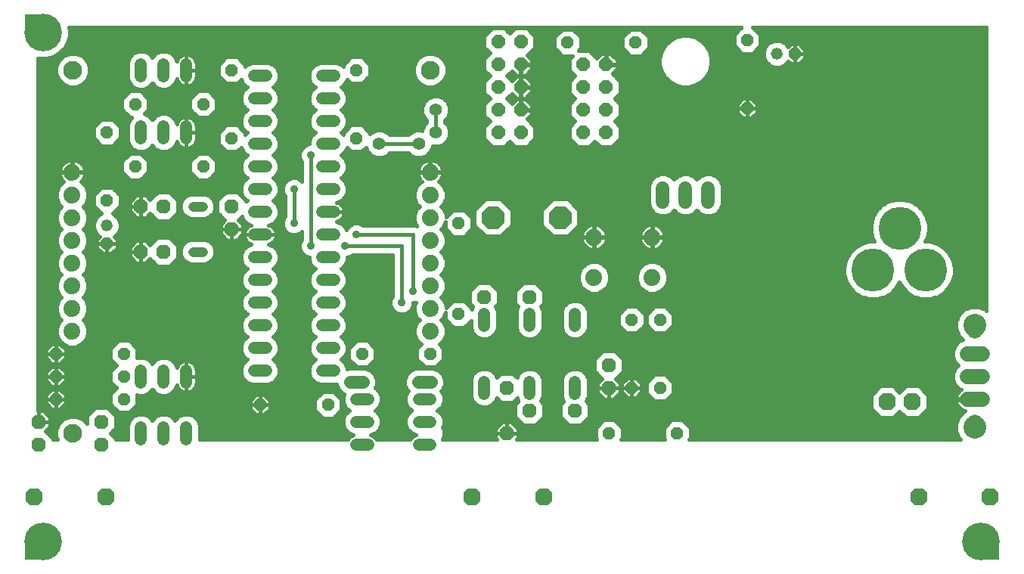
<source format=gtl>
G75*
G70*
%OFA0B0*%
%FSLAX24Y24*%
%IPPOS*%
%LPD*%
%AMOC8*
5,1,8,0,0,1.08239X$1,22.5*
%
%ADD10C,0.0440*%
%ADD11OC8,0.0630*%
%ADD12C,0.0520*%
%ADD13OC8,0.0600*%
%ADD14OC8,0.0520*%
%ADD15OC8,0.1000*%
%ADD16OC8,0.0760*%
%ADD17C,0.0650*%
%ADD18C,0.0660*%
%ADD19C,0.0740*%
%ADD20C,0.1890*%
%ADD21C,0.0600*%
%ADD22C,0.0520*%
%ADD23C,0.0554*%
%ADD24C,0.0160*%
%ADD25C,0.0560*%
%ADD26R,0.0787X0.0787*%
%ADD27C,0.0357*%
%ADD28C,0.0396*%
%ADD29C,0.0827*%
%ADD30C,0.1000*%
%ADD31C,0.1660*%
D10*
X008147Y013746D02*
X008587Y013746D01*
X008587Y015746D02*
X008147Y015746D01*
D11*
X006867Y015746D03*
X005867Y015746D03*
X005867Y013746D03*
X006867Y013746D03*
X009867Y014746D03*
X009867Y015746D03*
X020992Y011746D03*
X022992Y011746D03*
X026492Y008746D03*
X026492Y007746D03*
X024992Y006746D03*
X022992Y006746D03*
X021992Y007746D03*
X021992Y005746D03*
X004117Y006246D03*
X004117Y005246D03*
X001367Y005246D03*
X001367Y006246D03*
D12*
X005867Y006006D02*
X005867Y005486D01*
X006867Y005486D02*
X006867Y006006D01*
X007867Y006006D02*
X007867Y005486D01*
X007867Y007986D02*
X007867Y008506D01*
X006867Y008506D02*
X006867Y007986D01*
X005867Y007986D02*
X005867Y008506D01*
X010857Y008496D02*
X011377Y008496D01*
X011377Y009496D02*
X010857Y009496D01*
X010857Y010496D02*
X011377Y010496D01*
X011377Y011496D02*
X010857Y011496D01*
X010857Y012496D02*
X011377Y012496D01*
X011377Y013496D02*
X010857Y013496D01*
X010857Y014496D02*
X011377Y014496D01*
X011377Y015496D02*
X010857Y015496D01*
X010857Y016496D02*
X011377Y016496D01*
X011377Y017496D02*
X010857Y017496D01*
X010857Y018496D02*
X011377Y018496D01*
X011377Y019496D02*
X010857Y019496D01*
X010857Y020496D02*
X011377Y020496D01*
X011377Y021496D02*
X010857Y021496D01*
X013857Y021496D02*
X014377Y021496D01*
X014377Y020496D02*
X013857Y020496D01*
X013857Y019496D02*
X014377Y019496D01*
X014377Y018496D02*
X013857Y018496D01*
X013857Y017496D02*
X014377Y017496D01*
X014377Y016496D02*
X013857Y016496D01*
X013857Y015496D02*
X014377Y015496D01*
X014377Y014496D02*
X013857Y014496D01*
X013857Y013496D02*
X014377Y013496D01*
X014377Y012496D02*
X013857Y012496D01*
X013857Y011496D02*
X014377Y011496D01*
X014377Y010496D02*
X013857Y010496D01*
X013857Y009496D02*
X014377Y009496D01*
X014377Y008496D02*
X013857Y008496D01*
X015357Y007246D02*
X015877Y007246D01*
X015877Y006246D02*
X015357Y006246D01*
X015357Y005246D02*
X015877Y005246D01*
X018107Y005246D02*
X018627Y005246D01*
X018627Y006246D02*
X018107Y006246D01*
X018107Y007246D02*
X018627Y007246D01*
X020992Y007486D02*
X020992Y008006D01*
X022992Y008006D02*
X022992Y007486D01*
X024992Y007486D02*
X024992Y008006D01*
X024992Y010486D02*
X024992Y011006D01*
X022992Y011006D02*
X022992Y010486D01*
X020992Y010486D02*
X020992Y011006D01*
X007867Y018736D02*
X007867Y019256D01*
X006867Y019256D02*
X006867Y018736D01*
X005867Y018736D02*
X005867Y019256D01*
X005867Y021486D02*
X005867Y022006D01*
X006867Y022006D02*
X006867Y021486D01*
X007867Y021486D02*
X007867Y022006D01*
D13*
X021617Y021996D03*
X022617Y021996D03*
X022617Y022996D03*
X021617Y022996D03*
X021617Y020996D03*
X022617Y020996D03*
X022617Y019996D03*
X021617Y019996D03*
X021617Y018996D03*
X022617Y018996D03*
X025367Y018996D03*
X026367Y018996D03*
X026367Y019996D03*
X025367Y019996D03*
X025367Y020996D03*
X026367Y020996D03*
X026367Y021996D03*
X025367Y021996D03*
D14*
X024670Y022964D03*
X027670Y022964D03*
X032585Y023067D03*
X034695Y022464D03*
X032585Y020067D03*
X019867Y014996D03*
X015367Y018746D03*
X015367Y021746D03*
X009867Y021746D03*
X008617Y020246D03*
X009867Y018746D03*
X008617Y017496D03*
X005617Y017496D03*
X004367Y018996D03*
X005617Y020246D03*
X004367Y015996D03*
X004367Y014096D03*
X005117Y009246D03*
X005117Y008246D03*
X005117Y007246D03*
X002117Y007246D03*
X002117Y008246D03*
X002117Y009246D03*
X011117Y006996D03*
X014117Y006996D03*
X015617Y009246D03*
X018617Y009246D03*
X019867Y010996D03*
X027492Y010746D03*
X028742Y010746D03*
X028742Y007746D03*
X027492Y007746D03*
X026492Y005746D03*
X029492Y005746D03*
D15*
X024347Y015246D03*
X021387Y015246D03*
D16*
X038742Y007121D03*
X039867Y007121D03*
X040142Y002938D03*
X043292Y002938D03*
X023607Y002938D03*
X020457Y002938D03*
X004315Y002938D03*
X001166Y002938D03*
D17*
X042292Y007246D02*
X042941Y007246D01*
X042941Y008246D02*
X042292Y008246D01*
X042292Y009246D02*
X042941Y009246D01*
D18*
X042617Y010246D03*
X042617Y006246D03*
D19*
X028397Y012606D03*
X025837Y012606D03*
X025837Y014386D03*
X028397Y014386D03*
X018617Y014242D03*
X018617Y015242D03*
X018617Y016242D03*
X018617Y017242D03*
X018617Y013242D03*
X018617Y012242D03*
X018617Y011242D03*
X018617Y010242D03*
X002837Y010242D03*
X002837Y011242D03*
X002837Y012242D03*
X002837Y013242D03*
X002837Y014242D03*
X002837Y015242D03*
X002837Y016242D03*
X002837Y017242D03*
D20*
X038128Y012931D03*
X040451Y012931D03*
X039310Y014781D03*
D21*
X030867Y015946D02*
X030867Y016546D01*
X029867Y016546D02*
X029867Y015946D01*
X028867Y015946D02*
X028867Y016546D01*
D22*
X033895Y022464D03*
X004367Y014896D03*
D23*
X015090Y007996D02*
X015644Y007996D01*
X018090Y007996D02*
X018644Y007996D01*
D24*
X019190Y008237D02*
X020460Y008237D01*
X020500Y008334D02*
X020412Y008121D01*
X020412Y007370D01*
X020500Y007157D01*
X020663Y006994D01*
X020876Y006906D01*
X021107Y006906D01*
X021320Y006994D01*
X021483Y007157D01*
X021542Y007298D01*
X021729Y007111D01*
X022255Y007111D01*
X022442Y007298D01*
X022500Y007157D01*
X022503Y007154D01*
X022357Y007009D01*
X022357Y006482D01*
X022729Y006111D01*
X023255Y006111D01*
X023627Y006482D01*
X023627Y007009D01*
X023481Y007154D01*
X023483Y007157D01*
X023572Y007370D01*
X023572Y008121D01*
X023483Y008334D01*
X023320Y008497D01*
X023107Y008586D01*
X022876Y008586D01*
X022663Y008497D01*
X022500Y008334D01*
X022442Y008193D01*
X022255Y008381D01*
X021729Y008381D01*
X021542Y008193D01*
X021483Y008334D01*
X021320Y008497D01*
X021107Y008586D01*
X020876Y008586D01*
X020663Y008497D01*
X020500Y008334D01*
X020561Y008395D02*
X019088Y008395D01*
X019150Y008334D02*
X018982Y008502D01*
X018763Y008593D01*
X017971Y008593D01*
X017751Y008502D01*
X017583Y008334D01*
X017492Y008114D01*
X017492Y007877D01*
X017583Y007657D01*
X017641Y007600D01*
X017615Y007574D01*
X017527Y007361D01*
X017527Y007130D01*
X017615Y006917D01*
X017778Y006754D01*
X017798Y006746D01*
X017778Y006737D01*
X017615Y006574D01*
X017527Y006361D01*
X017527Y006130D01*
X017615Y005917D01*
X017778Y005754D01*
X017984Y005668D01*
X017938Y005653D01*
X017876Y005622D01*
X017820Y005581D01*
X017771Y005532D01*
X017730Y005476D01*
X017726Y005467D01*
X016258Y005467D01*
X016253Y005476D01*
X016212Y005532D01*
X016163Y005581D01*
X016107Y005622D01*
X016046Y005653D01*
X015999Y005668D01*
X016205Y005754D01*
X016368Y005917D01*
X016457Y006130D01*
X016457Y006361D01*
X016368Y006574D01*
X016205Y006737D01*
X016185Y006746D01*
X016205Y006754D01*
X016368Y006917D01*
X016457Y007130D01*
X016457Y007361D01*
X016368Y007574D01*
X016205Y007737D01*
X016186Y007745D01*
X016241Y007877D01*
X016241Y008114D01*
X016150Y008334D01*
X015982Y008502D01*
X015763Y008593D01*
X014971Y008593D01*
X014957Y008587D01*
X014957Y008611D01*
X014868Y008824D01*
X014705Y008987D01*
X014685Y008996D01*
X014705Y009004D01*
X014868Y009167D01*
X014957Y009380D01*
X014957Y009611D01*
X014868Y009824D01*
X014705Y009987D01*
X014685Y009996D01*
X014705Y010004D01*
X014868Y010167D01*
X014957Y010380D01*
X014957Y010611D01*
X014868Y010824D01*
X014705Y010987D01*
X014685Y010996D01*
X014705Y011004D01*
X014868Y011167D01*
X014957Y011380D01*
X014957Y011611D01*
X014868Y011824D01*
X014705Y011987D01*
X014685Y011996D01*
X014705Y012004D01*
X014868Y012167D01*
X014957Y012380D01*
X014957Y012611D01*
X014868Y012824D01*
X014705Y012987D01*
X014685Y012996D01*
X014705Y013004D01*
X014868Y013167D01*
X014957Y013380D01*
X014957Y013497D01*
X014966Y013497D01*
X015149Y013573D01*
X015172Y013596D01*
X016967Y013596D01*
X016967Y011800D01*
X016944Y011778D01*
X016868Y011595D01*
X016868Y011396D01*
X016944Y011213D01*
X017084Y011073D01*
X017268Y010997D01*
X017466Y010997D01*
X017649Y011073D01*
X017789Y011213D01*
X017865Y011396D01*
X017865Y011497D01*
X017966Y011497D01*
X017978Y011502D01*
X017927Y011379D01*
X017927Y011104D01*
X018032Y010851D01*
X018141Y010742D01*
X018032Y010632D01*
X017927Y010379D01*
X017927Y010104D01*
X018032Y009851D01*
X018217Y009666D01*
X018037Y009486D01*
X018037Y009005D01*
X018376Y008666D01*
X018857Y008666D01*
X019197Y009005D01*
X019197Y009486D01*
X019017Y009666D01*
X019202Y009851D01*
X019307Y010104D01*
X019307Y010379D01*
X019202Y010632D01*
X019092Y010742D01*
X019202Y010851D01*
X019287Y011056D01*
X019287Y010755D01*
X019626Y010416D01*
X020107Y010416D01*
X020412Y010720D01*
X020412Y010370D01*
X020500Y010157D01*
X020663Y009994D01*
X020876Y009906D01*
X021107Y009906D01*
X021320Y009994D01*
X021483Y010157D01*
X021572Y010370D01*
X021572Y011121D01*
X021483Y011334D01*
X021481Y011337D01*
X021627Y011482D01*
X021627Y012009D01*
X021255Y012381D01*
X020729Y012381D01*
X020357Y012009D01*
X020357Y011482D01*
X020503Y011337D01*
X020500Y011334D01*
X020447Y011205D01*
X020447Y011236D01*
X020107Y011576D01*
X019626Y011576D01*
X019307Y011256D01*
X019307Y011379D01*
X019202Y011632D01*
X019092Y011742D01*
X019202Y011851D01*
X019307Y012104D01*
X019307Y012379D01*
X019202Y012632D01*
X019092Y012742D01*
X019202Y012851D01*
X019307Y013104D01*
X019307Y013379D01*
X019202Y013632D01*
X019092Y013742D01*
X019202Y013851D01*
X019307Y014104D01*
X019307Y014379D01*
X019202Y014632D01*
X019092Y014742D01*
X019202Y014851D01*
X019287Y015056D01*
X019287Y014755D01*
X019626Y014416D01*
X020107Y014416D01*
X020447Y014755D01*
X020447Y015236D01*
X020107Y015576D01*
X019626Y015576D01*
X019307Y015256D01*
X019307Y015379D01*
X019202Y015632D01*
X019092Y015742D01*
X019202Y015851D01*
X019307Y016104D01*
X019307Y016379D01*
X019202Y016632D01*
X019008Y016827D01*
X018988Y016835D01*
X019036Y016883D01*
X019087Y016953D01*
X019126Y017030D01*
X019153Y017113D01*
X028617Y017113D01*
X028515Y017071D02*
X028341Y016897D01*
X028247Y016669D01*
X028247Y015822D01*
X028341Y015594D01*
X028515Y015420D01*
X028743Y015326D01*
X028990Y015326D01*
X029218Y015420D01*
X029367Y015569D01*
X029515Y015420D01*
X029743Y015326D01*
X029990Y015326D01*
X030218Y015420D01*
X030367Y015569D01*
X030515Y015420D01*
X030743Y015326D01*
X030990Y015326D01*
X031218Y015420D01*
X031392Y015594D01*
X031487Y015822D01*
X031487Y016669D01*
X031392Y016897D01*
X031218Y017071D01*
X030990Y017166D01*
X030743Y017166D01*
X030515Y017071D01*
X030367Y016922D01*
X030218Y017071D01*
X029990Y017166D01*
X029743Y017166D01*
X029515Y017071D01*
X029367Y016922D01*
X029218Y017071D01*
X028990Y017166D01*
X028743Y017166D01*
X028515Y017071D01*
X028399Y016955D02*
X019088Y016955D01*
X019038Y016796D02*
X028299Y016796D01*
X028247Y016638D02*
X019197Y016638D01*
X019265Y016479D02*
X028247Y016479D01*
X028247Y016320D02*
X019307Y016320D01*
X019307Y016162D02*
X028247Y016162D01*
X028247Y016003D02*
X024748Y016003D01*
X024686Y016066D02*
X024007Y016066D01*
X023527Y015585D01*
X023527Y014906D01*
X024007Y014426D01*
X024686Y014426D01*
X025167Y014906D01*
X025167Y015585D01*
X024686Y016066D01*
X024907Y015845D02*
X028247Y015845D01*
X028303Y015686D02*
X025065Y015686D01*
X025167Y015528D02*
X028407Y015528D01*
X028637Y015369D02*
X025167Y015369D01*
X025167Y015211D02*
X038115Y015211D01*
X038131Y015269D02*
X038045Y014947D01*
X038045Y014614D01*
X038131Y014293D01*
X038187Y014195D01*
X037962Y014195D01*
X037640Y014109D01*
X037352Y013943D01*
X028723Y013943D01*
X028755Y013966D02*
X028685Y013915D01*
X028608Y013876D01*
X028525Y013849D01*
X028440Y013836D01*
X028417Y013836D01*
X028417Y014366D01*
X028417Y014406D01*
X028377Y014406D01*
X028377Y014936D01*
X028353Y014936D01*
X028268Y014922D01*
X028186Y014895D01*
X028108Y014856D01*
X028038Y014805D01*
X027977Y014744D01*
X027926Y014674D01*
X027887Y014597D01*
X027860Y014514D01*
X027847Y014429D01*
X027847Y014406D01*
X028377Y014406D01*
X028377Y014366D01*
X027847Y014366D01*
X027847Y014342D01*
X027860Y014257D01*
X027887Y014174D01*
X027926Y014097D01*
X027977Y014027D01*
X028038Y013966D01*
X028108Y013915D01*
X028186Y013876D01*
X028268Y013849D01*
X028353Y013836D01*
X028377Y013836D01*
X028377Y014366D01*
X028417Y014366D01*
X028947Y014366D01*
X028947Y014342D01*
X028933Y014257D01*
X028906Y014174D01*
X028867Y014097D01*
X028816Y014027D01*
X028755Y013966D01*
X028869Y014101D02*
X037627Y014101D01*
X037352Y013943D02*
X037116Y013707D01*
X036950Y013419D01*
X036864Y013097D01*
X036864Y012764D01*
X036950Y012442D01*
X037116Y012154D01*
X037352Y011918D01*
X037640Y011752D01*
X037962Y011666D01*
X038295Y011666D01*
X038617Y011752D01*
X038905Y011918D01*
X039141Y012154D01*
X039290Y012412D01*
X039439Y012154D01*
X039675Y011918D01*
X039963Y011752D01*
X040285Y011666D01*
X040618Y011666D01*
X040940Y011752D01*
X041228Y011918D01*
X041463Y012154D01*
X041630Y012442D01*
X041716Y012764D01*
X041716Y013097D01*
X041630Y013419D01*
X041463Y013707D01*
X041228Y013943D01*
X040940Y014109D01*
X040618Y014195D01*
X040432Y014195D01*
X040488Y014293D01*
X040574Y014614D01*
X040574Y014947D01*
X040488Y015269D01*
X040322Y015558D01*
X040086Y015793D01*
X039798Y015960D01*
X039476Y016046D01*
X039143Y016046D01*
X038821Y015960D01*
X038533Y015793D01*
X038297Y015558D01*
X038131Y015269D01*
X038189Y015369D02*
X031096Y015369D01*
X031326Y015528D02*
X038280Y015528D01*
X038426Y015686D02*
X031430Y015686D01*
X031487Y015845D02*
X038623Y015845D01*
X038985Y016003D02*
X031487Y016003D01*
X031487Y016162D02*
X043126Y016162D01*
X043126Y016320D02*
X031487Y016320D01*
X031487Y016479D02*
X043126Y016479D01*
X043126Y016638D02*
X031487Y016638D01*
X031434Y016796D02*
X043126Y016796D01*
X043126Y016955D02*
X031334Y016955D01*
X031117Y017113D02*
X043126Y017113D01*
X043126Y017272D02*
X019167Y017272D01*
X019167Y017262D02*
X019167Y017285D01*
X019153Y017370D01*
X019126Y017453D01*
X019087Y017530D01*
X019036Y017600D01*
X018975Y017661D01*
X018905Y017712D01*
X018828Y017751D01*
X018745Y017778D01*
X018660Y017792D01*
X018637Y017792D01*
X018637Y017262D01*
X018597Y017262D01*
X018597Y017792D01*
X018573Y017792D01*
X018488Y017778D01*
X018406Y017751D01*
X018328Y017712D01*
X018258Y017661D01*
X018197Y017600D01*
X018146Y017530D01*
X018107Y017453D01*
X018080Y017370D01*
X018067Y017285D01*
X018067Y017262D01*
X018597Y017262D01*
X018597Y017222D01*
X018067Y017222D01*
X018067Y017198D01*
X018080Y017113D01*
X014814Y017113D01*
X014868Y017167D02*
X014705Y017004D01*
X014685Y016996D01*
X014705Y016987D01*
X014868Y016824D01*
X014957Y016611D01*
X014957Y016380D01*
X014868Y016167D01*
X014705Y016004D01*
X014499Y015918D01*
X014546Y015903D01*
X014607Y015872D01*
X014663Y015831D01*
X014712Y015782D01*
X014753Y015726D01*
X014784Y015664D01*
X014806Y015599D01*
X014817Y015530D01*
X014817Y015496D01*
X014117Y015496D01*
X014117Y015496D01*
X014817Y015496D01*
X014817Y015461D01*
X014806Y015392D01*
X014784Y015327D01*
X014753Y015265D01*
X014712Y015209D01*
X014663Y015160D01*
X014607Y015119D01*
X014546Y015088D01*
X014499Y015073D01*
X014705Y014987D01*
X014868Y014824D01*
X014916Y014710D01*
X014944Y014778D01*
X015084Y014918D01*
X015268Y014994D01*
X015466Y014994D01*
X015649Y014918D01*
X015672Y014896D01*
X017946Y014896D01*
X018027Y014862D01*
X017927Y015104D01*
X017927Y015379D01*
X018032Y015632D01*
X018141Y015742D01*
X018032Y015851D01*
X017927Y016104D01*
X017927Y016379D01*
X018032Y016632D01*
X018226Y016827D01*
X018246Y016835D01*
X018197Y016883D01*
X018146Y016953D01*
X018107Y017030D01*
X018080Y017113D01*
X018067Y017272D02*
X014912Y017272D01*
X014868Y017167D02*
X014957Y017380D01*
X014957Y017611D01*
X014868Y017824D01*
X014705Y017987D01*
X014685Y017996D01*
X014705Y018004D01*
X014868Y018167D01*
X014944Y018348D01*
X015126Y018166D01*
X015607Y018166D01*
X015782Y018340D01*
X015858Y018156D01*
X016027Y017987D01*
X016247Y017896D01*
X016486Y017896D01*
X016707Y017987D01*
X016815Y018096D01*
X017668Y018096D01*
X017777Y017987D01*
X017997Y017896D01*
X018236Y017896D01*
X018457Y017987D01*
X018625Y018156D01*
X018717Y018376D01*
X018717Y018408D01*
X018747Y018396D01*
X018986Y018396D01*
X019207Y018487D01*
X019375Y018656D01*
X019467Y018876D01*
X019467Y019115D01*
X019375Y019335D01*
X019267Y019444D01*
X019267Y019547D01*
X019375Y019656D01*
X019467Y019876D01*
X019467Y020115D01*
X019375Y020335D01*
X019207Y020504D01*
X018986Y020596D01*
X018747Y020596D01*
X018527Y020504D01*
X018358Y020335D01*
X018267Y020115D01*
X018267Y019876D01*
X018358Y019656D01*
X018467Y019547D01*
X018467Y019444D01*
X018358Y019335D01*
X018267Y019115D01*
X018267Y019083D01*
X018236Y019096D01*
X017997Y019096D01*
X017777Y019004D01*
X017668Y018896D01*
X016815Y018896D01*
X016707Y019004D01*
X016486Y019096D01*
X016247Y019096D01*
X016027Y019004D01*
X015947Y018924D01*
X015947Y018986D01*
X015607Y019326D01*
X015126Y019326D01*
X014787Y018986D01*
X014787Y018906D01*
X014705Y018987D01*
X014685Y018996D01*
X014705Y019004D01*
X014868Y019167D01*
X014957Y019380D01*
X014957Y019611D01*
X014868Y019824D01*
X014705Y019987D01*
X014685Y019996D01*
X014705Y020004D01*
X014868Y020167D01*
X014957Y020380D01*
X014957Y020611D01*
X014868Y020824D01*
X014705Y020987D01*
X014685Y020996D01*
X014705Y021004D01*
X014868Y021167D01*
X014944Y021348D01*
X015126Y021166D01*
X015607Y021166D01*
X015947Y021505D01*
X015947Y021986D01*
X015607Y022326D01*
X015126Y022326D01*
X014787Y021986D01*
X014787Y021906D01*
X014705Y021987D01*
X014492Y022076D01*
X013741Y022076D01*
X013528Y021987D01*
X013365Y021824D01*
X013277Y021611D01*
X013277Y021380D01*
X013365Y021167D01*
X013528Y021004D01*
X013548Y020996D01*
X013528Y020987D01*
X013365Y020824D01*
X013277Y020611D01*
X013277Y020380D01*
X013365Y020167D01*
X013528Y020004D01*
X013548Y019996D01*
X013528Y019987D01*
X013365Y019824D01*
X013277Y019611D01*
X013277Y019380D01*
X013365Y019167D01*
X013528Y019004D01*
X013548Y018996D01*
X013528Y018987D01*
X013365Y018824D01*
X013277Y018611D01*
X013277Y018494D01*
X013268Y018494D01*
X013084Y018418D01*
X012944Y018278D01*
X012868Y018095D01*
X012868Y017896D01*
X012944Y017713D01*
X012967Y017691D01*
X012967Y016850D01*
X012899Y016918D01*
X012716Y016994D01*
X012518Y016994D01*
X012334Y016918D01*
X012194Y016778D01*
X012118Y016595D01*
X012118Y016396D01*
X012194Y016213D01*
X012217Y016191D01*
X012217Y015300D01*
X012194Y015278D01*
X012118Y015095D01*
X012118Y014896D01*
X012194Y014713D01*
X012334Y014573D01*
X012518Y014497D01*
X012716Y014497D01*
X012899Y014573D01*
X012967Y014641D01*
X012967Y014300D01*
X012944Y014278D01*
X012868Y014095D01*
X012868Y013896D01*
X012944Y013713D01*
X013084Y013573D01*
X013268Y013497D01*
X013277Y013497D01*
X013277Y013380D01*
X013365Y013167D01*
X013528Y013004D01*
X013548Y012996D01*
X013528Y012987D01*
X013365Y012824D01*
X013277Y012611D01*
X013277Y012380D01*
X013365Y012167D01*
X013528Y012004D01*
X013548Y011996D01*
X013528Y011987D01*
X013365Y011824D01*
X013277Y011611D01*
X013277Y011380D01*
X013365Y011167D01*
X013528Y011004D01*
X013548Y010996D01*
X013528Y010987D01*
X013365Y010824D01*
X013277Y010611D01*
X013277Y010380D01*
X013365Y010167D01*
X013528Y010004D01*
X013548Y009996D01*
X013528Y009987D01*
X013365Y009824D01*
X013277Y009611D01*
X013277Y009380D01*
X013365Y009167D01*
X013528Y009004D01*
X013548Y008996D01*
X013528Y008987D01*
X013365Y008824D01*
X013277Y008611D01*
X013277Y008380D01*
X013365Y008167D01*
X013528Y008004D01*
X013741Y007916D01*
X014492Y007916D01*
X014492Y007916D01*
X014492Y007877D01*
X014583Y007657D01*
X014751Y007489D01*
X014818Y007461D01*
X014777Y007361D01*
X014777Y007130D01*
X014865Y006917D01*
X015028Y006754D01*
X015048Y006746D01*
X015028Y006737D01*
X014865Y006574D01*
X014777Y006361D01*
X014777Y006130D01*
X014865Y005917D01*
X015028Y005754D01*
X015234Y005668D01*
X015188Y005653D01*
X015126Y005622D01*
X015070Y005581D01*
X015021Y005532D01*
X014980Y005476D01*
X014976Y005467D01*
X008447Y005467D01*
X008447Y006121D01*
X008358Y006334D01*
X008195Y006497D01*
X007982Y006586D01*
X007751Y006586D01*
X007538Y006497D01*
X007375Y006334D01*
X007367Y006314D01*
X007358Y006334D01*
X007195Y006497D01*
X006982Y006586D01*
X006751Y006586D01*
X006538Y006497D01*
X006375Y006334D01*
X006367Y006314D01*
X006358Y006334D01*
X006195Y006497D01*
X005982Y006586D01*
X005751Y006586D01*
X005538Y006497D01*
X005375Y006334D01*
X005287Y006121D01*
X005287Y005467D01*
X004752Y005467D01*
X004752Y005509D01*
X004515Y005746D01*
X004752Y005982D01*
X004752Y006509D01*
X004380Y006881D01*
X003854Y006881D01*
X003482Y006509D01*
X003482Y006168D01*
X003282Y006367D01*
X003013Y006479D01*
X002721Y006479D01*
X002451Y006367D01*
X002245Y006161D01*
X002133Y005891D01*
X002133Y005600D01*
X002188Y005467D01*
X002002Y005467D01*
X002002Y005509D01*
X001666Y005845D01*
X001862Y006040D01*
X001862Y006246D01*
X001862Y006451D01*
X001572Y006741D01*
X001367Y006741D01*
X001367Y006246D01*
X001367Y006246D01*
X001862Y006246D01*
X001367Y006246D01*
X001367Y006246D01*
X001367Y006741D01*
X001332Y006741D01*
X001332Y022281D01*
X001408Y022261D01*
X001711Y022261D01*
X002003Y022339D01*
X002266Y022491D01*
X002480Y022705D01*
X002631Y022967D01*
X002709Y023259D01*
X002709Y023562D01*
X002689Y023638D01*
X032336Y023638D01*
X032005Y023308D01*
X032005Y022827D01*
X032345Y022487D01*
X032825Y022487D01*
X033165Y022827D01*
X033165Y023308D01*
X032835Y023638D01*
X043126Y023638D01*
X043126Y011146D01*
X043081Y011191D01*
X042780Y011316D01*
X042454Y011316D01*
X042152Y011191D01*
X041922Y010960D01*
X041797Y010659D01*
X041797Y010332D01*
X041922Y010031D01*
X042059Y009894D01*
X042066Y009877D01*
X042085Y009858D01*
X041927Y009792D01*
X041745Y009611D01*
X041647Y009374D01*
X041647Y009117D01*
X041745Y008880D01*
X041880Y008746D01*
X041745Y008611D01*
X041647Y008374D01*
X041647Y008117D01*
X041745Y007880D01*
X041927Y007699D01*
X042010Y007664D01*
X041963Y007631D01*
X041907Y007574D01*
X041860Y007510D01*
X041824Y007439D01*
X041799Y007364D01*
X041787Y007285D01*
X041787Y007274D01*
X042588Y007274D01*
X042588Y007217D01*
X041787Y007217D01*
X041787Y007206D01*
X041799Y007127D01*
X041824Y007052D01*
X041860Y006981D01*
X041907Y006917D01*
X041963Y006860D01*
X042027Y006814D01*
X042098Y006778D01*
X042174Y006753D01*
X042201Y006749D01*
X042066Y006614D01*
X042059Y006597D01*
X041922Y006460D01*
X041797Y006159D01*
X041797Y005832D01*
X041922Y005531D01*
X041986Y005467D01*
X030033Y005467D01*
X030072Y005505D01*
X030072Y005986D01*
X029732Y006326D01*
X029251Y006326D01*
X028912Y005986D01*
X028912Y005505D01*
X028950Y005467D01*
X027033Y005467D01*
X027072Y005505D01*
X027072Y005986D01*
X026732Y006326D01*
X026251Y006326D01*
X025912Y005986D01*
X025912Y005505D01*
X025950Y005467D01*
X022413Y005467D01*
X022487Y005540D01*
X022487Y005746D01*
X022487Y005951D01*
X022197Y006241D01*
X021992Y006241D01*
X021992Y005746D01*
X021992Y005746D01*
X022487Y005746D01*
X021992Y005746D01*
X021992Y005746D01*
X021992Y006241D01*
X021787Y006241D01*
X021497Y005951D01*
X021497Y005746D01*
X021992Y005746D01*
X021992Y005746D01*
X021497Y005746D01*
X021497Y005540D01*
X021570Y005467D01*
X019149Y005467D01*
X019215Y005627D01*
X019215Y005864D01*
X019156Y006007D01*
X019207Y006130D01*
X019207Y006361D01*
X019118Y006574D01*
X018955Y006737D01*
X018935Y006746D01*
X018955Y006754D01*
X019118Y006917D01*
X019207Y007130D01*
X019207Y007361D01*
X019118Y007574D01*
X019093Y007600D01*
X019150Y007657D01*
X019241Y007877D01*
X019241Y008114D01*
X019150Y008334D01*
X019241Y008078D02*
X020412Y008078D01*
X020412Y007920D02*
X019241Y007920D01*
X019193Y007761D02*
X020412Y007761D01*
X020412Y007603D02*
X019096Y007603D01*
X019172Y007444D02*
X020412Y007444D01*
X020447Y007286D02*
X019207Y007286D01*
X019206Y007127D02*
X020529Y007127D01*
X020723Y006969D02*
X019140Y006969D01*
X019012Y006810D02*
X022357Y006810D01*
X022357Y006652D02*
X019040Y006652D01*
X019152Y006493D02*
X022357Y006493D01*
X022504Y006335D02*
X019207Y006335D01*
X019207Y006176D02*
X021723Y006176D01*
X021564Y006018D02*
X019160Y006018D01*
X019215Y005859D02*
X021497Y005859D01*
X021497Y005701D02*
X019215Y005701D01*
X019180Y005542D02*
X021497Y005542D01*
X021992Y005859D02*
X021992Y005859D01*
X021992Y006018D02*
X021992Y006018D01*
X021992Y006176D02*
X021992Y006176D01*
X022261Y006176D02*
X022663Y006176D01*
X022419Y006018D02*
X025944Y006018D01*
X025912Y005859D02*
X022487Y005859D01*
X022487Y005701D02*
X025912Y005701D01*
X025912Y005542D02*
X022487Y005542D01*
X023321Y006176D02*
X024663Y006176D01*
X024729Y006111D02*
X024357Y006482D01*
X024357Y007009D01*
X024503Y007154D01*
X024500Y007157D01*
X024412Y007370D01*
X024412Y008121D01*
X024500Y008334D01*
X024663Y008497D01*
X024876Y008586D01*
X025107Y008586D01*
X025320Y008497D01*
X025483Y008334D01*
X025572Y008121D01*
X025572Y007370D01*
X025483Y007157D01*
X025481Y007154D01*
X025627Y007009D01*
X025627Y006482D01*
X025255Y006111D01*
X024729Y006111D01*
X024504Y006335D02*
X023479Y006335D01*
X023627Y006493D02*
X024357Y006493D01*
X024357Y006652D02*
X023627Y006652D01*
X023627Y006810D02*
X024357Y006810D01*
X024357Y006969D02*
X023627Y006969D01*
X023508Y007127D02*
X024476Y007127D01*
X024447Y007286D02*
X023537Y007286D01*
X023572Y007444D02*
X024412Y007444D01*
X024412Y007603D02*
X023572Y007603D01*
X023572Y007761D02*
X024412Y007761D01*
X024412Y007920D02*
X023572Y007920D01*
X023572Y008078D02*
X024412Y008078D01*
X024460Y008237D02*
X023524Y008237D01*
X023422Y008395D02*
X024561Y008395D01*
X024800Y008554D02*
X023183Y008554D01*
X022800Y008554D02*
X021183Y008554D01*
X021422Y008395D02*
X022561Y008395D01*
X022460Y008237D02*
X022398Y008237D01*
X021585Y008237D02*
X021524Y008237D01*
X020800Y008554D02*
X018856Y008554D01*
X018904Y008712D02*
X025857Y008712D01*
X025857Y008554D02*
X025183Y008554D01*
X025422Y008395D02*
X025944Y008395D01*
X025857Y008482D02*
X026193Y008147D01*
X025997Y007951D01*
X025997Y007746D01*
X026492Y007746D01*
X026987Y007746D01*
X026987Y007951D01*
X026791Y008147D01*
X027127Y008482D01*
X027127Y009009D01*
X026755Y009381D01*
X026229Y009381D01*
X025857Y009009D01*
X025857Y008482D01*
X026102Y008237D02*
X025524Y008237D01*
X025572Y008078D02*
X026125Y008078D01*
X025997Y007920D02*
X025572Y007920D01*
X025572Y007761D02*
X025997Y007761D01*
X025997Y007746D02*
X025997Y007540D01*
X026287Y007251D01*
X026492Y007251D01*
X026697Y007251D01*
X026987Y007540D01*
X026987Y007746D01*
X026492Y007746D01*
X026492Y007746D01*
X026492Y007746D01*
X026492Y007745D02*
X026492Y007251D01*
X026492Y007745D01*
X026492Y007745D01*
X026492Y007746D02*
X025997Y007746D01*
X025997Y007603D02*
X025572Y007603D01*
X025572Y007444D02*
X026093Y007444D01*
X026251Y007286D02*
X025537Y007286D01*
X025508Y007127D02*
X038042Y007127D01*
X038042Y006969D02*
X025627Y006969D01*
X025627Y006810D02*
X038062Y006810D01*
X038042Y006831D02*
X038452Y006421D01*
X039032Y006421D01*
X039304Y006693D01*
X039577Y006421D01*
X040157Y006421D01*
X040567Y006831D01*
X040567Y007410D01*
X040157Y007821D01*
X039577Y007821D01*
X039304Y007548D01*
X039032Y007821D01*
X038452Y007821D01*
X038042Y007410D01*
X038042Y006831D01*
X038220Y006652D02*
X025627Y006652D01*
X025627Y006493D02*
X038379Y006493D01*
X039105Y006493D02*
X039504Y006493D01*
X039345Y006652D02*
X039263Y006652D01*
X040230Y006493D02*
X041955Y006493D01*
X041870Y006335D02*
X025479Y006335D01*
X025321Y006176D02*
X026102Y006176D01*
X026881Y006176D02*
X029102Y006176D01*
X028944Y006018D02*
X027039Y006018D01*
X027072Y005859D02*
X028912Y005859D01*
X028912Y005701D02*
X027072Y005701D01*
X027072Y005542D02*
X028912Y005542D01*
X030072Y005542D02*
X041917Y005542D01*
X041851Y005701D02*
X030072Y005701D01*
X030072Y005859D02*
X041797Y005859D01*
X041797Y006018D02*
X030039Y006018D01*
X029881Y006176D02*
X041804Y006176D01*
X042104Y006652D02*
X040388Y006652D01*
X040547Y006810D02*
X042034Y006810D01*
X041869Y006969D02*
X040567Y006969D01*
X040567Y007127D02*
X041799Y007127D01*
X041787Y007286D02*
X040567Y007286D01*
X040533Y007444D02*
X041827Y007444D01*
X041935Y007603D02*
X040374Y007603D01*
X040216Y007761D02*
X041864Y007761D01*
X041729Y007920D02*
X029322Y007920D01*
X029322Y007986D02*
X028982Y008326D01*
X028501Y008326D01*
X028162Y007986D01*
X028162Y007505D01*
X028501Y007166D01*
X028982Y007166D01*
X029322Y007505D01*
X029322Y007986D01*
X029229Y008078D02*
X041663Y008078D01*
X041647Y008237D02*
X029070Y008237D01*
X028413Y008237D02*
X026881Y008237D01*
X026859Y008078D02*
X027202Y008078D01*
X027309Y008186D02*
X027052Y007928D01*
X027052Y007746D01*
X027492Y007746D01*
X027492Y007746D01*
X027492Y008186D01*
X027674Y008186D01*
X027932Y007928D01*
X027932Y007746D01*
X027492Y007746D01*
X027492Y007746D01*
X027492Y008186D01*
X027309Y008186D01*
X027492Y008078D02*
X027492Y008078D01*
X027492Y007920D02*
X027492Y007920D01*
X027492Y007761D02*
X027492Y007761D01*
X027492Y007746D02*
X027492Y007746D01*
X027932Y007746D01*
X027932Y007563D01*
X027674Y007306D01*
X027492Y007306D01*
X027492Y007745D01*
X027492Y007745D01*
X027492Y007306D01*
X027309Y007306D01*
X027052Y007563D01*
X027052Y007746D01*
X027492Y007746D01*
X027492Y007603D02*
X027492Y007603D01*
X027492Y007444D02*
X027492Y007444D01*
X027813Y007444D02*
X028222Y007444D01*
X028162Y007603D02*
X027932Y007603D01*
X027932Y007761D02*
X028162Y007761D01*
X028162Y007920D02*
X027932Y007920D01*
X027781Y008078D02*
X028254Y008078D01*
X027052Y007920D02*
X026987Y007920D01*
X026987Y007761D02*
X027052Y007761D01*
X027052Y007603D02*
X026987Y007603D01*
X026891Y007444D02*
X027170Y007444D01*
X026732Y007286D02*
X028381Y007286D01*
X029102Y007286D02*
X038042Y007286D01*
X038076Y007444D02*
X029261Y007444D01*
X029322Y007603D02*
X038234Y007603D01*
X038393Y007761D02*
X029322Y007761D01*
X027127Y008554D02*
X041722Y008554D01*
X041656Y008395D02*
X027040Y008395D01*
X027127Y008712D02*
X041847Y008712D01*
X041754Y008871D02*
X027127Y008871D01*
X027106Y009029D02*
X041683Y009029D01*
X041647Y009188D02*
X026947Y009188D01*
X026789Y009346D02*
X041647Y009346D01*
X041701Y009505D02*
X019177Y009505D01*
X019197Y009346D02*
X026195Y009346D01*
X026036Y009188D02*
X019197Y009188D01*
X019197Y009029D02*
X025878Y009029D01*
X025857Y008871D02*
X019062Y008871D01*
X018329Y008712D02*
X015904Y008712D01*
X015857Y008666D02*
X016197Y009005D01*
X016197Y009486D01*
X015857Y009826D01*
X015376Y009826D01*
X015037Y009486D01*
X015037Y009005D01*
X015376Y008666D01*
X015857Y008666D01*
X015856Y008554D02*
X017877Y008554D01*
X017645Y008395D02*
X016088Y008395D01*
X016190Y008237D02*
X017543Y008237D01*
X017492Y008078D02*
X016241Y008078D01*
X016241Y007920D02*
X017492Y007920D01*
X017540Y007761D02*
X016193Y007761D01*
X016339Y007603D02*
X017638Y007603D01*
X017561Y007444D02*
X016422Y007444D01*
X016457Y007286D02*
X017527Y007286D01*
X017528Y007127D02*
X016456Y007127D01*
X016390Y006969D02*
X017593Y006969D01*
X017721Y006810D02*
X016262Y006810D01*
X016290Y006652D02*
X017693Y006652D01*
X017582Y006493D02*
X016402Y006493D01*
X016457Y006335D02*
X017527Y006335D01*
X017527Y006176D02*
X016457Y006176D01*
X016410Y006018D02*
X017573Y006018D01*
X017672Y005859D02*
X016311Y005859D01*
X016078Y005701D02*
X017906Y005701D01*
X017781Y005542D02*
X016202Y005542D01*
X015156Y005701D02*
X008447Y005701D01*
X008447Y005859D02*
X014922Y005859D01*
X014823Y006018D02*
X008447Y006018D01*
X008424Y006176D02*
X014777Y006176D01*
X014777Y006335D02*
X008357Y006335D01*
X008199Y006493D02*
X013798Y006493D01*
X013876Y006416D02*
X014357Y006416D01*
X014697Y006755D01*
X014697Y007236D01*
X014357Y007576D01*
X013876Y007576D01*
X013537Y007236D01*
X013537Y006755D01*
X013876Y006416D01*
X013640Y006652D02*
X011395Y006652D01*
X011299Y006556D02*
X011557Y006813D01*
X011557Y006996D01*
X011557Y007178D01*
X011299Y007436D01*
X011117Y007436D01*
X011117Y006996D01*
X011117Y006996D01*
X011557Y006996D01*
X011117Y006996D01*
X011117Y006996D01*
X011117Y007436D01*
X010934Y007436D01*
X010677Y007178D01*
X010677Y006996D01*
X011117Y006996D01*
X011117Y006996D01*
X011117Y006995D02*
X011117Y006556D01*
X011299Y006556D01*
X011117Y006556D02*
X011117Y006995D01*
X011117Y006995D01*
X011117Y006996D02*
X010677Y006996D01*
X010677Y006813D01*
X010934Y006556D01*
X011117Y006556D01*
X011117Y006652D02*
X011117Y006652D01*
X011117Y006810D02*
X011117Y006810D01*
X011117Y006969D02*
X011117Y006969D01*
X011117Y007127D02*
X011117Y007127D01*
X011117Y007286D02*
X011117Y007286D01*
X011448Y007286D02*
X013587Y007286D01*
X013537Y007127D02*
X011557Y007127D01*
X011557Y006969D02*
X013537Y006969D01*
X013537Y006810D02*
X011554Y006810D01*
X010838Y006652D02*
X004608Y006652D01*
X004731Y006810D02*
X004450Y006810D01*
X004573Y006969D02*
X002462Y006969D01*
X002557Y007063D02*
X002557Y007246D01*
X002557Y007428D01*
X002299Y007686D01*
X002117Y007686D01*
X002117Y007246D01*
X002117Y007246D01*
X002557Y007246D01*
X002117Y007246D01*
X002117Y007246D01*
X002117Y007686D01*
X001934Y007686D01*
X001677Y007428D01*
X001677Y007246D01*
X002117Y007246D01*
X002117Y007246D01*
X002117Y007245D02*
X002117Y006806D01*
X002299Y006806D01*
X002557Y007063D01*
X002557Y007127D02*
X004537Y007127D01*
X004537Y007005D02*
X004876Y006666D01*
X005357Y006666D01*
X005697Y007005D01*
X005697Y007428D01*
X005751Y007406D01*
X005982Y007406D01*
X006195Y007494D01*
X006358Y007657D01*
X006367Y007677D01*
X006375Y007657D01*
X006538Y007494D01*
X006751Y007406D01*
X006982Y007406D01*
X007195Y007494D01*
X007358Y007657D01*
X007444Y007863D01*
X007459Y007817D01*
X007490Y007755D01*
X007531Y007699D01*
X007580Y007650D01*
X007636Y007609D01*
X007698Y007578D01*
X007764Y007556D01*
X007832Y007546D01*
X007867Y007546D01*
X007901Y007546D01*
X007970Y007556D01*
X008036Y007578D01*
X008097Y007609D01*
X008153Y007650D01*
X008202Y007699D01*
X008243Y007755D01*
X008274Y007817D01*
X008296Y007882D01*
X008307Y007951D01*
X008307Y008246D01*
X008307Y008540D01*
X008296Y008609D01*
X008274Y008674D01*
X008243Y008736D01*
X008202Y008792D01*
X008153Y008841D01*
X008097Y008882D01*
X008036Y008913D01*
X007970Y008935D01*
X007901Y008946D01*
X007867Y008946D01*
X007867Y008246D01*
X007867Y008246D01*
X008307Y008246D01*
X007867Y008246D01*
X007867Y008246D01*
X007867Y008946D01*
X007832Y008946D01*
X007764Y008935D01*
X007698Y008913D01*
X007636Y008882D01*
X007580Y008841D01*
X007531Y008792D01*
X007490Y008736D01*
X007459Y008674D01*
X007444Y008628D01*
X007358Y008834D01*
X007195Y008997D01*
X006982Y009086D01*
X006751Y009086D01*
X006538Y008997D01*
X006375Y008834D01*
X006367Y008814D01*
X006358Y008834D01*
X006195Y008997D01*
X005982Y009086D01*
X005751Y009086D01*
X005697Y009063D01*
X005697Y009486D01*
X005357Y009826D01*
X004876Y009826D01*
X004537Y009486D01*
X004537Y009005D01*
X004796Y008746D01*
X004537Y008486D01*
X004537Y008005D01*
X004796Y007746D01*
X004537Y007486D01*
X004537Y007005D01*
X004537Y007286D02*
X002557Y007286D01*
X002540Y007444D02*
X004537Y007444D01*
X004654Y007603D02*
X002381Y007603D01*
X002299Y007806D02*
X002117Y007806D01*
X002117Y008245D01*
X002117Y008245D01*
X002117Y008246D02*
X002117Y008246D01*
X002117Y008246D01*
X002117Y008686D01*
X002299Y008686D01*
X002557Y008428D01*
X002557Y008246D01*
X002117Y008246D01*
X002117Y008686D01*
X001934Y008686D01*
X001677Y008428D01*
X001677Y008246D01*
X002117Y008246D01*
X002557Y008246D01*
X002557Y008063D01*
X002299Y007806D01*
X002413Y007920D02*
X004622Y007920D01*
X004537Y008078D02*
X002557Y008078D01*
X002557Y008237D02*
X004537Y008237D01*
X004537Y008395D02*
X002557Y008395D01*
X002430Y008554D02*
X004605Y008554D01*
X004763Y008712D02*
X001332Y008712D01*
X001332Y008554D02*
X001803Y008554D01*
X001677Y008395D02*
X001332Y008395D01*
X001332Y008237D02*
X001677Y008237D01*
X001677Y008246D02*
X001677Y008063D01*
X001934Y007806D01*
X002117Y007806D01*
X002117Y008245D01*
X002117Y008246D02*
X001677Y008246D01*
X001677Y008078D02*
X001332Y008078D01*
X001332Y007920D02*
X001820Y007920D01*
X002117Y007920D02*
X002117Y007920D01*
X002117Y008078D02*
X002117Y008078D01*
X002117Y008237D02*
X002117Y008237D01*
X002117Y008246D02*
X002117Y008246D01*
X002117Y008395D02*
X002117Y008395D01*
X002117Y008554D02*
X002117Y008554D01*
X002117Y008806D02*
X002299Y008806D01*
X002557Y009063D01*
X002557Y009246D01*
X002557Y009428D01*
X002299Y009686D01*
X002117Y009686D01*
X002117Y009246D01*
X002117Y009246D01*
X002557Y009246D01*
X002117Y009246D01*
X002117Y009246D01*
X002117Y009686D01*
X001934Y009686D01*
X001677Y009428D01*
X001677Y009246D01*
X002117Y009246D01*
X002117Y009246D01*
X002117Y009245D02*
X002117Y008806D01*
X002117Y009245D01*
X002117Y009245D01*
X002117Y009246D02*
X001677Y009246D01*
X001677Y009063D01*
X001934Y008806D01*
X002117Y008806D01*
X002117Y008871D02*
X002117Y008871D01*
X002117Y009029D02*
X002117Y009029D01*
X002117Y009188D02*
X002117Y009188D01*
X002117Y009346D02*
X002117Y009346D01*
X002117Y009505D02*
X002117Y009505D01*
X002117Y009663D02*
X002117Y009663D01*
X002321Y009663D02*
X002439Y009663D01*
X002446Y009657D02*
X002700Y009552D01*
X002974Y009552D01*
X003228Y009657D01*
X003422Y009851D01*
X003527Y010104D01*
X003527Y010379D01*
X003422Y010632D01*
X003313Y010742D01*
X003422Y010851D01*
X003527Y011104D01*
X003527Y011379D01*
X003422Y011632D01*
X003313Y011742D01*
X003422Y011851D01*
X003527Y012104D01*
X003527Y012379D01*
X003422Y012632D01*
X003313Y012742D01*
X003422Y012851D01*
X003527Y013104D01*
X003527Y013379D01*
X003422Y013632D01*
X003313Y013742D01*
X003422Y013851D01*
X003527Y014104D01*
X003527Y014379D01*
X003422Y014632D01*
X003313Y014742D01*
X003422Y014851D01*
X003527Y015104D01*
X003527Y015379D01*
X003422Y015632D01*
X003313Y015742D01*
X003422Y015851D01*
X003527Y016104D01*
X003527Y016379D01*
X003422Y016632D01*
X003228Y016827D01*
X003208Y016835D01*
X003257Y016883D01*
X003308Y016953D01*
X003347Y017030D01*
X003374Y017113D01*
X005179Y017113D01*
X005037Y017255D02*
X005376Y016916D01*
X005857Y016916D01*
X006197Y017255D01*
X006197Y017736D01*
X005857Y018076D01*
X005376Y018076D01*
X005037Y017736D01*
X005037Y017255D01*
X005037Y017272D02*
X003387Y017272D01*
X003387Y017262D02*
X003387Y017285D01*
X003374Y017370D01*
X003347Y017453D01*
X003308Y017530D01*
X003257Y017600D01*
X003195Y017661D01*
X003125Y017712D01*
X003048Y017751D01*
X002966Y017778D01*
X002880Y017792D01*
X002857Y017792D01*
X002857Y017262D01*
X002817Y017262D01*
X002817Y017792D01*
X002794Y017792D01*
X002708Y017778D01*
X002626Y017751D01*
X002549Y017712D01*
X002479Y017661D01*
X002418Y017600D01*
X002367Y017530D01*
X002327Y017453D01*
X002301Y017370D01*
X002287Y017285D01*
X002287Y017262D01*
X002817Y017262D01*
X002817Y017222D01*
X002287Y017222D01*
X002287Y017198D01*
X002301Y017113D01*
X001332Y017113D01*
X001332Y016955D02*
X002366Y016955D01*
X002367Y016953D02*
X002418Y016883D01*
X002466Y016835D01*
X002446Y016827D01*
X002252Y016632D01*
X002147Y016379D01*
X002147Y016104D01*
X002252Y015851D01*
X002361Y015742D01*
X002252Y015632D01*
X002147Y015379D01*
X002147Y015104D01*
X002252Y014851D01*
X002361Y014742D01*
X002252Y014632D01*
X002147Y014379D01*
X002147Y014104D01*
X002252Y013851D01*
X002361Y013742D01*
X002252Y013632D01*
X002147Y013379D01*
X002147Y013104D01*
X002252Y012851D01*
X002361Y012742D01*
X002252Y012632D01*
X002147Y012379D01*
X002147Y012104D01*
X002252Y011851D01*
X002361Y011742D01*
X002252Y011632D01*
X002147Y011379D01*
X002147Y011104D01*
X002252Y010851D01*
X002361Y010742D01*
X002252Y010632D01*
X002147Y010379D01*
X002147Y010104D01*
X002252Y009851D01*
X002446Y009657D01*
X002479Y009505D02*
X004556Y009505D01*
X004537Y009346D02*
X002557Y009346D01*
X002557Y009188D02*
X004537Y009188D01*
X004537Y009029D02*
X002523Y009029D01*
X002364Y008871D02*
X004671Y008871D01*
X005697Y009188D02*
X010356Y009188D01*
X010365Y009167D02*
X010528Y009004D01*
X010548Y008996D01*
X010528Y008987D01*
X010365Y008824D01*
X010277Y008611D01*
X010277Y008380D01*
X010365Y008167D01*
X010528Y008004D01*
X010741Y007916D01*
X011492Y007916D01*
X011705Y008004D01*
X011868Y008167D01*
X011957Y008380D01*
X011957Y008611D01*
X011868Y008824D01*
X011705Y008987D01*
X011685Y008996D01*
X011705Y009004D01*
X011868Y009167D01*
X011957Y009380D01*
X011957Y009611D01*
X011868Y009824D01*
X011705Y009987D01*
X011685Y009996D01*
X011705Y010004D01*
X011868Y010167D01*
X011957Y010380D01*
X011957Y010611D01*
X011868Y010824D01*
X011705Y010987D01*
X011685Y010996D01*
X011705Y011004D01*
X011868Y011167D01*
X011957Y011380D01*
X011957Y011611D01*
X011868Y011824D01*
X011705Y011987D01*
X011685Y011996D01*
X011705Y012004D01*
X011868Y012167D01*
X011957Y012380D01*
X011957Y012611D01*
X011868Y012824D01*
X011705Y012987D01*
X011685Y012996D01*
X011705Y013004D01*
X011868Y013167D01*
X011957Y013380D01*
X011957Y013611D01*
X011868Y013824D01*
X011705Y013987D01*
X011499Y014073D01*
X011546Y014088D01*
X011607Y014119D01*
X011663Y014160D01*
X011712Y014209D01*
X011753Y014265D01*
X011784Y014327D01*
X011806Y014392D01*
X011817Y014461D01*
X011817Y014496D01*
X011817Y014530D01*
X011806Y014599D01*
X011784Y014664D01*
X011753Y014726D01*
X011712Y014782D01*
X011663Y014831D01*
X011607Y014872D01*
X011546Y014903D01*
X011499Y014918D01*
X011705Y015004D01*
X011868Y015167D01*
X011957Y015380D01*
X011957Y015611D01*
X011868Y015824D01*
X011705Y015987D01*
X011685Y015996D01*
X011705Y016004D01*
X011868Y016167D01*
X011957Y016380D01*
X011957Y016611D01*
X011868Y016824D01*
X011705Y016987D01*
X011685Y016996D01*
X011705Y017004D01*
X011868Y017167D01*
X011957Y017380D01*
X011957Y017611D01*
X011868Y017824D01*
X011705Y017987D01*
X011685Y017996D01*
X011705Y018004D01*
X011868Y018167D01*
X011957Y018380D01*
X011957Y018611D01*
X011868Y018824D01*
X011705Y018987D01*
X011685Y018996D01*
X011705Y019004D01*
X011868Y019167D01*
X011957Y019380D01*
X011957Y019611D01*
X011868Y019824D01*
X011705Y019987D01*
X011685Y019996D01*
X011705Y020004D01*
X011868Y020167D01*
X011957Y020380D01*
X011957Y020611D01*
X011868Y020824D01*
X011705Y020987D01*
X011685Y020996D01*
X011705Y021004D01*
X011868Y021167D01*
X011957Y021380D01*
X011957Y021611D01*
X011868Y021824D01*
X011705Y021987D01*
X011492Y022076D01*
X010741Y022076D01*
X010528Y021987D01*
X010447Y021906D01*
X010447Y021986D01*
X010107Y022326D01*
X009626Y022326D01*
X009287Y021986D01*
X009287Y021505D01*
X009626Y021166D01*
X010107Y021166D01*
X010290Y021348D01*
X010365Y021167D01*
X010528Y021004D01*
X010548Y020996D01*
X010528Y020987D01*
X010365Y020824D01*
X010277Y020611D01*
X010277Y020380D01*
X010365Y020167D01*
X010528Y020004D01*
X010548Y019996D01*
X010528Y019987D01*
X010365Y019824D01*
X010277Y019611D01*
X010277Y019380D01*
X010365Y019167D01*
X010528Y019004D01*
X010548Y018996D01*
X010528Y018987D01*
X010447Y018906D01*
X010447Y018986D01*
X010107Y019326D01*
X009626Y019326D01*
X009287Y018986D01*
X009287Y018505D01*
X009626Y018166D01*
X010107Y018166D01*
X010290Y018348D01*
X010365Y018167D01*
X010528Y018004D01*
X010548Y017996D01*
X010528Y017987D01*
X010365Y017824D01*
X010277Y017611D01*
X010277Y017380D01*
X010365Y017167D01*
X010528Y017004D01*
X010548Y016996D01*
X010528Y016987D01*
X010365Y016824D01*
X010277Y016611D01*
X010277Y016380D01*
X010365Y016167D01*
X010528Y016004D01*
X010548Y015996D01*
X010528Y015987D01*
X010502Y015961D01*
X010502Y016009D01*
X010130Y016381D01*
X009604Y016381D01*
X009232Y016009D01*
X009232Y015482D01*
X009568Y015147D01*
X009372Y014951D01*
X009372Y014746D01*
X009867Y014746D01*
X010362Y014746D01*
X010362Y014951D01*
X010166Y015147D01*
X010313Y015293D01*
X010365Y015167D01*
X010528Y015004D01*
X010734Y014918D01*
X010688Y014903D01*
X010626Y014872D01*
X010570Y014831D01*
X010521Y014782D01*
X010480Y014726D01*
X010449Y014664D01*
X010428Y014599D01*
X010417Y014530D01*
X010417Y014496D01*
X011117Y014496D01*
X011817Y014496D01*
X011117Y014496D01*
X011117Y014496D01*
X011117Y014496D01*
X010417Y014496D01*
X010417Y014461D01*
X010428Y014392D01*
X010449Y014327D01*
X010480Y014265D01*
X010521Y014209D01*
X010570Y014160D01*
X010626Y014119D01*
X010688Y014088D01*
X010734Y014073D01*
X010528Y013987D01*
X010365Y013824D01*
X010277Y013611D01*
X010277Y013380D01*
X010365Y013167D01*
X010528Y013004D01*
X010548Y012996D01*
X010528Y012987D01*
X010365Y012824D01*
X010277Y012611D01*
X010277Y012380D01*
X010365Y012167D01*
X010528Y012004D01*
X010548Y011996D01*
X010528Y011987D01*
X010365Y011824D01*
X010277Y011611D01*
X010277Y011380D01*
X010365Y011167D01*
X010528Y011004D01*
X010548Y010996D01*
X010528Y010987D01*
X010365Y010824D01*
X010277Y010611D01*
X010277Y010380D01*
X010365Y010167D01*
X010528Y010004D01*
X010548Y009996D01*
X010528Y009987D01*
X010365Y009824D01*
X010277Y009611D01*
X010277Y009380D01*
X010365Y009167D01*
X010291Y009346D02*
X005697Y009346D01*
X005677Y009505D02*
X010277Y009505D01*
X010298Y009663D02*
X005519Y009663D01*
X005360Y009822D02*
X010364Y009822D01*
X010521Y009980D02*
X003476Y009980D01*
X003527Y010139D02*
X010393Y010139D01*
X010311Y010297D02*
X003527Y010297D01*
X003495Y010456D02*
X010277Y010456D01*
X010278Y010614D02*
X003430Y010614D01*
X003344Y010773D02*
X010344Y010773D01*
X010472Y010931D02*
X003456Y010931D01*
X003521Y011090D02*
X010442Y011090D01*
X010331Y011248D02*
X003527Y011248D01*
X003515Y011407D02*
X010277Y011407D01*
X010277Y011565D02*
X003450Y011565D01*
X003331Y011724D02*
X010324Y011724D01*
X010423Y011882D02*
X003435Y011882D01*
X003501Y012041D02*
X010491Y012041D01*
X010351Y012199D02*
X003527Y012199D01*
X003527Y012358D02*
X010286Y012358D01*
X010277Y012516D02*
X003470Y012516D01*
X003380Y012675D02*
X010303Y012675D01*
X010374Y012833D02*
X003405Y012833D01*
X003481Y012992D02*
X010540Y012992D01*
X010381Y013150D02*
X007170Y013150D01*
X007130Y013111D02*
X007502Y013482D01*
X007502Y014009D01*
X007130Y014381D01*
X006604Y014381D01*
X006268Y014045D01*
X006072Y014241D01*
X005867Y014241D01*
X005867Y013746D01*
X005867Y013746D01*
X005867Y014241D01*
X005662Y014241D01*
X005372Y013951D01*
X005372Y013746D01*
X005867Y013746D01*
X005867Y013746D01*
X005867Y013745D02*
X005867Y013251D01*
X006072Y013251D01*
X006268Y013446D01*
X006604Y013111D01*
X007130Y013111D01*
X007328Y013309D02*
X007820Y013309D01*
X007841Y013288D02*
X008039Y013206D01*
X008694Y013206D01*
X008893Y013288D01*
X009044Y013440D01*
X009127Y013638D01*
X009127Y013853D01*
X009044Y014051D01*
X008893Y014203D01*
X008694Y014286D01*
X008039Y014286D01*
X007841Y014203D01*
X007689Y014051D01*
X007607Y013853D01*
X007607Y013638D01*
X007689Y013440D01*
X007841Y013288D01*
X007677Y013467D02*
X007487Y013467D01*
X007502Y013626D02*
X007612Y013626D01*
X007607Y013784D02*
X007502Y013784D01*
X007502Y013943D02*
X007644Y013943D01*
X007739Y014101D02*
X007409Y014101D01*
X007250Y014260D02*
X007978Y014260D01*
X008756Y014260D02*
X009652Y014260D01*
X009662Y014251D02*
X009867Y014251D01*
X010072Y014251D01*
X010362Y014540D01*
X010362Y014746D01*
X009867Y014746D01*
X009867Y014746D01*
X009867Y014746D01*
X009867Y014745D02*
X009867Y014251D01*
X009867Y014745D01*
X009867Y014745D01*
X009867Y014746D02*
X009372Y014746D01*
X009372Y014540D01*
X009662Y014251D01*
X009867Y014260D02*
X009867Y014260D01*
X009867Y014418D02*
X009867Y014418D01*
X009867Y014577D02*
X009867Y014577D01*
X009867Y014735D02*
X009867Y014735D01*
X010240Y014418D02*
X010423Y014418D01*
X010424Y014577D02*
X010362Y014577D01*
X010362Y014735D02*
X010487Y014735D01*
X010362Y014894D02*
X010670Y014894D01*
X010479Y015052D02*
X010260Y015052D01*
X010230Y015211D02*
X010347Y015211D01*
X009503Y015211D02*
X008707Y015211D01*
X008694Y015206D02*
X008893Y015288D01*
X009044Y015440D01*
X009127Y015638D01*
X009127Y015853D01*
X009044Y016051D01*
X008893Y016203D01*
X008694Y016286D01*
X008039Y016286D01*
X007841Y016203D01*
X007689Y016051D01*
X007607Y015853D01*
X007607Y015638D01*
X007689Y015440D01*
X007841Y015288D01*
X008039Y015206D01*
X008694Y015206D01*
X008974Y015369D02*
X009345Y015369D01*
X009232Y015528D02*
X009081Y015528D01*
X009127Y015686D02*
X009232Y015686D01*
X009232Y015845D02*
X009127Y015845D01*
X009064Y016003D02*
X009232Y016003D01*
X009385Y016162D02*
X008934Y016162D01*
X009544Y016320D02*
X007190Y016320D01*
X007130Y016381D02*
X006604Y016381D01*
X006268Y016045D01*
X006072Y016241D01*
X005867Y016241D01*
X005867Y015746D01*
X005867Y015746D01*
X005867Y016241D01*
X005662Y016241D01*
X005372Y015951D01*
X005372Y015746D01*
X005867Y015746D01*
X005867Y015746D01*
X005867Y015745D02*
X005867Y015251D01*
X006072Y015251D01*
X006268Y015446D01*
X006604Y015111D01*
X007130Y015111D01*
X007502Y015482D01*
X007502Y016009D01*
X007130Y016381D01*
X007348Y016162D02*
X007799Y016162D01*
X007669Y016003D02*
X007502Y016003D01*
X007502Y015845D02*
X007607Y015845D01*
X007607Y015686D02*
X007502Y015686D01*
X007502Y015528D02*
X007652Y015528D01*
X007759Y015369D02*
X007389Y015369D01*
X007230Y015211D02*
X008026Y015211D01*
X009372Y014894D02*
X004947Y014894D01*
X004947Y014780D02*
X004947Y015011D01*
X004858Y015224D01*
X004695Y015387D01*
X004613Y015421D01*
X004947Y015755D01*
X004947Y016236D01*
X004607Y016576D01*
X004126Y016576D01*
X003787Y016236D01*
X003787Y015755D01*
X004121Y015421D01*
X004038Y015387D01*
X003875Y015224D01*
X003787Y015011D01*
X003787Y014780D01*
X003875Y014567D01*
X004038Y014404D01*
X004048Y014400D01*
X003927Y014278D01*
X003927Y014096D01*
X004367Y014096D01*
X004807Y014096D01*
X004807Y014278D01*
X004685Y014400D01*
X004695Y014404D01*
X004858Y014567D01*
X004947Y014780D01*
X004928Y014735D02*
X009372Y014735D01*
X009372Y014577D02*
X004863Y014577D01*
X004710Y014418D02*
X009494Y014418D01*
X010081Y014260D02*
X010484Y014260D01*
X010661Y014101D02*
X008994Y014101D01*
X009089Y013943D02*
X010484Y013943D01*
X010349Y013784D02*
X009127Y013784D01*
X009122Y013626D02*
X010283Y013626D01*
X010277Y013467D02*
X009056Y013467D01*
X008914Y013309D02*
X010306Y013309D01*
X011573Y014101D02*
X012871Y014101D01*
X012868Y013943D02*
X011749Y013943D01*
X011885Y013784D02*
X012915Y013784D01*
X013031Y013626D02*
X011950Y013626D01*
X011957Y013467D02*
X013277Y013467D01*
X013306Y013309D02*
X011927Y013309D01*
X011852Y013150D02*
X013381Y013150D01*
X013540Y012992D02*
X011694Y012992D01*
X011859Y012833D02*
X013374Y012833D01*
X013303Y012675D02*
X011930Y012675D01*
X011957Y012516D02*
X013277Y012516D01*
X013286Y012358D02*
X011947Y012358D01*
X011882Y012199D02*
X013351Y012199D01*
X013491Y012041D02*
X011742Y012041D01*
X011810Y011882D02*
X013423Y011882D01*
X013324Y011724D02*
X011910Y011724D01*
X011957Y011565D02*
X013277Y011565D01*
X013277Y011407D02*
X011957Y011407D01*
X011902Y011248D02*
X013331Y011248D01*
X013442Y011090D02*
X011791Y011090D01*
X011761Y010931D02*
X013472Y010931D01*
X013344Y010773D02*
X011890Y010773D01*
X011955Y010614D02*
X013278Y010614D01*
X013277Y010456D02*
X011957Y010456D01*
X011922Y010297D02*
X013311Y010297D01*
X013393Y010139D02*
X011840Y010139D01*
X011712Y009980D02*
X013521Y009980D01*
X013364Y009822D02*
X011869Y009822D01*
X011935Y009663D02*
X013298Y009663D01*
X013277Y009505D02*
X011957Y009505D01*
X011943Y009346D02*
X013291Y009346D01*
X013356Y009188D02*
X011877Y009188D01*
X011731Y009029D02*
X013502Y009029D01*
X013412Y008871D02*
X011821Y008871D01*
X011915Y008712D02*
X013319Y008712D01*
X013277Y008554D02*
X011957Y008554D01*
X011957Y008395D02*
X013277Y008395D01*
X013336Y008237D02*
X011897Y008237D01*
X011780Y008078D02*
X013453Y008078D01*
X013730Y007920D02*
X011503Y007920D01*
X010730Y007920D02*
X008302Y007920D01*
X008307Y008078D02*
X010453Y008078D01*
X010336Y008237D02*
X008307Y008237D01*
X008307Y008395D02*
X010277Y008395D01*
X010277Y008554D02*
X008304Y008554D01*
X008255Y008712D02*
X010319Y008712D01*
X010412Y008871D02*
X008112Y008871D01*
X007867Y008871D02*
X007867Y008871D01*
X007867Y008712D02*
X007867Y008712D01*
X007867Y008554D02*
X007867Y008554D01*
X007867Y008395D02*
X007867Y008395D01*
X007867Y008245D02*
X007867Y007546D01*
X007867Y008245D01*
X007867Y008245D01*
X007867Y008237D02*
X007867Y008237D01*
X007867Y008078D02*
X007867Y008078D01*
X007867Y007920D02*
X007867Y007920D01*
X007867Y007761D02*
X007867Y007761D01*
X007867Y007603D02*
X007867Y007603D01*
X008085Y007603D02*
X014638Y007603D01*
X014540Y007761D02*
X008246Y007761D01*
X007648Y007603D02*
X007304Y007603D01*
X007402Y007761D02*
X007487Y007761D01*
X007076Y007444D02*
X013745Y007444D01*
X014488Y007444D02*
X014811Y007444D01*
X014777Y007286D02*
X014646Y007286D01*
X014697Y007127D02*
X014778Y007127D01*
X014843Y006969D02*
X014697Y006969D01*
X014697Y006810D02*
X014971Y006810D01*
X014943Y006652D02*
X014593Y006652D01*
X014435Y006493D02*
X014832Y006493D01*
X014117Y005996D02*
X011117Y005996D01*
X010679Y006810D02*
X005502Y006810D01*
X005660Y006969D02*
X010677Y006969D01*
X010677Y007127D02*
X005697Y007127D01*
X005697Y007286D02*
X010785Y007286D01*
X008447Y005542D02*
X015031Y005542D01*
X014915Y008712D02*
X015329Y008712D01*
X015171Y008871D02*
X014821Y008871D01*
X014731Y009029D02*
X015037Y009029D01*
X015037Y009188D02*
X014877Y009188D01*
X014943Y009346D02*
X015037Y009346D01*
X015056Y009505D02*
X014957Y009505D01*
X014935Y009663D02*
X015214Y009663D01*
X015373Y009822D02*
X014869Y009822D01*
X014712Y009980D02*
X017978Y009980D01*
X017927Y010139D02*
X014840Y010139D01*
X014922Y010297D02*
X017927Y010297D01*
X017959Y010456D02*
X014957Y010456D01*
X014955Y010614D02*
X018024Y010614D01*
X018109Y010773D02*
X014890Y010773D01*
X014761Y010931D02*
X017998Y010931D01*
X017933Y011090D02*
X017666Y011090D01*
X017804Y011248D02*
X017927Y011248D01*
X017938Y011407D02*
X017865Y011407D01*
X017367Y011496D02*
X017367Y013996D01*
X014867Y013996D01*
X014957Y013467D02*
X016967Y013467D01*
X016967Y013309D02*
X014927Y013309D01*
X014852Y013150D02*
X016967Y013150D01*
X016967Y012992D02*
X014694Y012992D01*
X014859Y012833D02*
X016967Y012833D01*
X016967Y012675D02*
X014930Y012675D01*
X014957Y012516D02*
X016967Y012516D01*
X016967Y012358D02*
X014947Y012358D01*
X014882Y012199D02*
X016967Y012199D01*
X016967Y012041D02*
X014742Y012041D01*
X014810Y011882D02*
X016967Y011882D01*
X016922Y011724D02*
X014910Y011724D01*
X014957Y011565D02*
X016868Y011565D01*
X016868Y011407D02*
X014957Y011407D01*
X014902Y011248D02*
X016929Y011248D01*
X017067Y011090D02*
X014791Y011090D01*
X015860Y009822D02*
X018060Y009822D01*
X018214Y009663D02*
X016019Y009663D01*
X016177Y009505D02*
X018056Y009505D01*
X018037Y009346D02*
X016197Y009346D01*
X016197Y009188D02*
X018037Y009188D01*
X018037Y009029D02*
X016197Y009029D01*
X016062Y008871D02*
X018171Y008871D01*
X019019Y009663D02*
X041798Y009663D01*
X041999Y009822D02*
X019173Y009822D01*
X019255Y009980D02*
X020695Y009980D01*
X020518Y010139D02*
X019307Y010139D01*
X019307Y010297D02*
X020442Y010297D01*
X020412Y010456D02*
X020147Y010456D01*
X020306Y010614D02*
X020412Y010614D01*
X019586Y010456D02*
X019275Y010456D01*
X019209Y010614D02*
X019427Y010614D01*
X019287Y010773D02*
X019124Y010773D01*
X019235Y010931D02*
X019287Y010931D01*
X019295Y011407D02*
X019458Y011407D01*
X019616Y011565D02*
X019229Y011565D01*
X019110Y011724D02*
X020357Y011724D01*
X020357Y011882D02*
X019215Y011882D01*
X019280Y012041D02*
X020389Y012041D01*
X020548Y012199D02*
X019307Y012199D01*
X019307Y012358D02*
X020706Y012358D01*
X021277Y012358D02*
X022706Y012358D01*
X022729Y012381D02*
X022357Y012009D01*
X022357Y011482D01*
X022503Y011337D01*
X022500Y011334D01*
X022412Y011121D01*
X022412Y010370D01*
X022500Y010157D01*
X022663Y009994D01*
X022876Y009906D01*
X023107Y009906D01*
X023320Y009994D01*
X023483Y010157D01*
X023572Y010370D01*
X023572Y011121D01*
X023483Y011334D01*
X023481Y011337D01*
X023627Y011482D01*
X023627Y012009D01*
X023255Y012381D01*
X022729Y012381D01*
X022548Y012199D02*
X021436Y012199D01*
X021594Y012041D02*
X022389Y012041D01*
X022357Y011882D02*
X021627Y011882D01*
X021627Y011724D02*
X022357Y011724D01*
X022357Y011565D02*
X021627Y011565D01*
X021551Y011407D02*
X022432Y011407D01*
X022465Y011248D02*
X021519Y011248D01*
X021572Y011090D02*
X022412Y011090D01*
X022412Y010931D02*
X021572Y010931D01*
X021572Y010773D02*
X022412Y010773D01*
X022412Y010614D02*
X021572Y010614D01*
X021572Y010456D02*
X022412Y010456D01*
X022442Y010297D02*
X021542Y010297D01*
X021465Y010139D02*
X022518Y010139D01*
X022695Y009980D02*
X021288Y009980D01*
X023288Y009980D02*
X024695Y009980D01*
X024663Y009994D02*
X024876Y009906D01*
X025107Y009906D01*
X025320Y009994D01*
X025483Y010157D01*
X025572Y010370D01*
X025572Y011121D01*
X025483Y011334D01*
X025320Y011497D01*
X025107Y011586D01*
X024876Y011586D01*
X024663Y011497D01*
X024500Y011334D01*
X024412Y011121D01*
X024412Y010370D01*
X024500Y010157D01*
X024663Y009994D01*
X024518Y010139D02*
X023465Y010139D01*
X023542Y010297D02*
X024442Y010297D01*
X024412Y010456D02*
X023572Y010456D01*
X023572Y010614D02*
X024412Y010614D01*
X024412Y010773D02*
X023572Y010773D01*
X023572Y010931D02*
X024412Y010931D01*
X024412Y011090D02*
X023572Y011090D01*
X023519Y011248D02*
X024465Y011248D01*
X024573Y011407D02*
X023551Y011407D01*
X023627Y011565D02*
X024828Y011565D01*
X025155Y011565D02*
X043126Y011565D01*
X043126Y011407D02*
X025410Y011407D01*
X025519Y011248D02*
X027174Y011248D01*
X027251Y011326D02*
X026912Y010986D01*
X026912Y010505D01*
X027251Y010166D01*
X027732Y010166D01*
X028072Y010505D01*
X028072Y010986D01*
X027732Y011326D01*
X027251Y011326D01*
X027016Y011090D02*
X025572Y011090D01*
X025572Y010931D02*
X026912Y010931D01*
X026912Y010773D02*
X025572Y010773D01*
X025572Y010614D02*
X026912Y010614D01*
X026961Y010456D02*
X025572Y010456D01*
X025542Y010297D02*
X027119Y010297D01*
X027864Y010297D02*
X028369Y010297D01*
X028501Y010166D02*
X028162Y010505D01*
X028162Y010986D01*
X028501Y011326D01*
X028982Y011326D01*
X029322Y010986D01*
X029322Y010505D01*
X028982Y010166D01*
X028501Y010166D01*
X028211Y010456D02*
X028022Y010456D01*
X028072Y010614D02*
X028162Y010614D01*
X028162Y010773D02*
X028072Y010773D01*
X028072Y010931D02*
X028162Y010931D01*
X028266Y011090D02*
X027967Y011090D01*
X027809Y011248D02*
X028424Y011248D01*
X029059Y011248D02*
X042292Y011248D01*
X042051Y011090D02*
X029217Y011090D01*
X029322Y010931D02*
X041910Y010931D01*
X041844Y010773D02*
X029322Y010773D01*
X029322Y010614D02*
X041797Y010614D01*
X041797Y010456D02*
X029272Y010456D01*
X029114Y010297D02*
X041811Y010297D01*
X041877Y010139D02*
X025465Y010139D01*
X025288Y009980D02*
X041972Y009980D01*
X042942Y011248D02*
X043126Y011248D01*
X043126Y011724D02*
X040836Y011724D01*
X041166Y011882D02*
X043126Y011882D01*
X043126Y012041D02*
X041351Y012041D01*
X041490Y012199D02*
X043126Y012199D01*
X043126Y012358D02*
X041581Y012358D01*
X041650Y012516D02*
X043126Y012516D01*
X043126Y012675D02*
X041692Y012675D01*
X041716Y012833D02*
X043126Y012833D01*
X043126Y012992D02*
X041716Y012992D01*
X041702Y013150D02*
X043126Y013150D01*
X043126Y013309D02*
X041659Y013309D01*
X041602Y013467D02*
X043126Y013467D01*
X043126Y013626D02*
X041510Y013626D01*
X041386Y013784D02*
X043126Y013784D01*
X043126Y013943D02*
X041227Y013943D01*
X040953Y014101D02*
X043126Y014101D01*
X043126Y014260D02*
X040469Y014260D01*
X040522Y014418D02*
X043126Y014418D01*
X043126Y014577D02*
X040564Y014577D01*
X040574Y014735D02*
X043126Y014735D01*
X043126Y014894D02*
X040574Y014894D01*
X040546Y015052D02*
X043126Y015052D01*
X043126Y015211D02*
X040504Y015211D01*
X040430Y015369D02*
X043126Y015369D01*
X043126Y015528D02*
X040339Y015528D01*
X040193Y015686D02*
X043126Y015686D01*
X043126Y015845D02*
X039996Y015845D01*
X039634Y016003D02*
X043126Y016003D01*
X043126Y017430D02*
X019134Y017430D01*
X019167Y017262D02*
X018637Y017262D01*
X018637Y017222D01*
X019167Y017222D01*
X019167Y017198D01*
X019153Y017113D01*
X018637Y017272D02*
X018597Y017272D01*
X018597Y017430D02*
X018637Y017430D01*
X018637Y017589D02*
X018597Y017589D01*
X018597Y017747D02*
X018637Y017747D01*
X018836Y017747D02*
X043126Y017747D01*
X043126Y017589D02*
X019044Y017589D01*
X018397Y017747D02*
X014900Y017747D01*
X014957Y017589D02*
X018189Y017589D01*
X018100Y017430D02*
X014957Y017430D01*
X014787Y017906D02*
X016223Y017906D01*
X016510Y017906D02*
X017973Y017906D01*
X018260Y017906D02*
X043126Y017906D01*
X043126Y018064D02*
X018534Y018064D01*
X018653Y018223D02*
X043126Y018223D01*
X043126Y018381D02*
X026629Y018381D01*
X026623Y018376D02*
X026987Y018739D01*
X026987Y019252D01*
X026743Y019496D01*
X026987Y019739D01*
X026987Y020252D01*
X026743Y020496D01*
X026987Y020739D01*
X026987Y021252D01*
X026644Y021595D01*
X026847Y021797D01*
X026847Y021976D01*
X026387Y021976D01*
X026387Y022016D01*
X026347Y022016D01*
X026347Y022476D01*
X026168Y022476D01*
X025966Y022273D01*
X025623Y022616D01*
X025142Y022616D01*
X025250Y022724D01*
X025250Y023204D01*
X024910Y023544D01*
X024430Y023544D01*
X024090Y023204D01*
X024090Y022724D01*
X024430Y022384D01*
X024878Y022384D01*
X024747Y022252D01*
X024747Y021739D01*
X024990Y021496D01*
X024747Y021252D01*
X024747Y020739D01*
X024990Y020496D01*
X024747Y020252D01*
X024747Y019739D01*
X024990Y019496D01*
X024747Y019252D01*
X024747Y018739D01*
X025110Y018376D01*
X025623Y018376D01*
X025867Y018619D01*
X026110Y018376D01*
X026623Y018376D01*
X026787Y018540D02*
X043126Y018540D01*
X043126Y018698D02*
X026946Y018698D01*
X026987Y018857D02*
X043126Y018857D01*
X043126Y019015D02*
X026987Y019015D01*
X026987Y019174D02*
X043126Y019174D01*
X043126Y019332D02*
X026907Y019332D01*
X026748Y019491D02*
X043126Y019491D01*
X043126Y019649D02*
X032789Y019649D01*
X032767Y019627D02*
X033025Y019885D01*
X033025Y020067D01*
X032585Y020067D01*
X032585Y020067D01*
X032585Y019627D01*
X032403Y019627D01*
X032145Y019885D01*
X032145Y020067D01*
X032585Y020067D01*
X032585Y020067D01*
X032585Y019627D01*
X032767Y019627D01*
X032585Y019649D02*
X032585Y019649D01*
X032585Y019808D02*
X032585Y019808D01*
X032585Y019966D02*
X032585Y019966D01*
X032585Y020067D02*
X032585Y020067D01*
X032145Y020067D01*
X032145Y020250D01*
X032403Y020507D01*
X032585Y020507D01*
X032585Y020067D01*
X032585Y020067D01*
X033025Y020067D01*
X033025Y020250D01*
X032767Y020507D01*
X032585Y020507D01*
X032585Y020067D01*
X032585Y020125D02*
X032585Y020125D01*
X032585Y020283D02*
X032585Y020283D01*
X032585Y020442D02*
X032585Y020442D01*
X032337Y020442D02*
X026797Y020442D01*
X026848Y020600D02*
X043126Y020600D01*
X043126Y020442D02*
X032833Y020442D01*
X032992Y020283D02*
X043126Y020283D01*
X043126Y020125D02*
X033025Y020125D01*
X033025Y019966D02*
X043126Y019966D01*
X043126Y019808D02*
X032948Y019808D01*
X032381Y019649D02*
X026897Y019649D01*
X026987Y019808D02*
X032223Y019808D01*
X032145Y019966D02*
X026987Y019966D01*
X026987Y020125D02*
X032145Y020125D01*
X032179Y020283D02*
X026956Y020283D01*
X026987Y020759D02*
X043126Y020759D01*
X043126Y020917D02*
X026987Y020917D01*
X026987Y021076D02*
X029494Y021076D01*
X029431Y021093D02*
X029718Y021016D01*
X030015Y021016D01*
X030303Y021093D01*
X030561Y021241D01*
X030771Y021452D01*
X030920Y021709D01*
X030997Y021997D01*
X030997Y022294D01*
X030920Y022582D01*
X030771Y022839D01*
X030561Y023050D01*
X030303Y023199D01*
X030015Y023276D01*
X029718Y023276D01*
X029431Y023199D01*
X029173Y023050D01*
X028962Y022839D01*
X028814Y022582D01*
X028737Y022294D01*
X028737Y021997D01*
X028814Y021709D01*
X028962Y021452D01*
X029173Y021241D01*
X029431Y021093D01*
X029185Y021234D02*
X026987Y021234D01*
X026846Y021393D02*
X029022Y021393D01*
X028905Y021551D02*
X026688Y021551D01*
X026759Y021710D02*
X028814Y021710D01*
X028771Y021868D02*
X026847Y021868D01*
X026847Y022016D02*
X026387Y022016D01*
X026387Y022476D01*
X026565Y022476D01*
X026847Y022194D01*
X026847Y022016D01*
X026847Y022027D02*
X028737Y022027D01*
X028737Y022185D02*
X026847Y022185D01*
X026697Y022344D02*
X028750Y022344D01*
X028792Y022502D02*
X028028Y022502D01*
X027910Y022384D02*
X027430Y022384D01*
X027090Y022724D01*
X027090Y023204D01*
X027430Y023544D01*
X027910Y023544D01*
X028250Y023204D01*
X028250Y022724D01*
X027910Y022384D01*
X028187Y022661D02*
X028859Y022661D01*
X028951Y022819D02*
X028250Y022819D01*
X028250Y022978D02*
X029101Y022978D01*
X029322Y023136D02*
X028250Y023136D01*
X028160Y023295D02*
X032005Y023295D01*
X032005Y023136D02*
X030411Y023136D01*
X030633Y022978D02*
X032005Y022978D01*
X032013Y022819D02*
X030783Y022819D01*
X030874Y022661D02*
X032172Y022661D01*
X032330Y022502D02*
X030941Y022502D01*
X030983Y022344D02*
X033317Y022344D01*
X033315Y022349D02*
X033403Y022135D01*
X033566Y021972D01*
X033779Y021884D01*
X034010Y021884D01*
X034223Y021972D01*
X034387Y022135D01*
X034391Y022146D01*
X034513Y022024D01*
X034695Y022024D01*
X034877Y022024D01*
X035135Y022282D01*
X035135Y022464D01*
X035135Y022646D01*
X034877Y022904D01*
X034695Y022904D01*
X034695Y022464D01*
X034695Y022464D01*
X035135Y022464D01*
X034695Y022464D01*
X034695Y022024D01*
X034695Y022464D01*
X034695Y022464D01*
X034695Y022464D01*
X034695Y022904D01*
X034513Y022904D01*
X034391Y022782D01*
X034387Y022793D01*
X034223Y022956D01*
X034010Y023044D01*
X033779Y023044D01*
X033566Y022956D01*
X033403Y022793D01*
X033315Y022579D01*
X033315Y022349D01*
X033315Y022502D02*
X032840Y022502D01*
X032999Y022661D02*
X033348Y022661D01*
X033430Y022819D02*
X033157Y022819D01*
X033165Y022978D02*
X033619Y022978D01*
X033165Y023136D02*
X043126Y023136D01*
X043126Y022978D02*
X034171Y022978D01*
X034360Y022819D02*
X034428Y022819D01*
X034695Y022819D02*
X034695Y022819D01*
X034695Y022661D02*
X034695Y022661D01*
X034695Y022502D02*
X034695Y022502D01*
X034695Y022344D02*
X034695Y022344D01*
X034695Y022185D02*
X034695Y022185D01*
X034695Y022027D02*
X034695Y022027D01*
X034880Y022027D02*
X043126Y022027D01*
X043126Y022185D02*
X035038Y022185D01*
X035135Y022344D02*
X043126Y022344D01*
X043126Y022502D02*
X035135Y022502D01*
X035121Y022661D02*
X043126Y022661D01*
X043126Y022819D02*
X034962Y022819D01*
X034510Y022027D02*
X034278Y022027D01*
X033512Y022027D02*
X030997Y022027D01*
X030997Y022185D02*
X033383Y022185D01*
X033165Y023295D02*
X043126Y023295D01*
X043126Y023453D02*
X033020Y023453D01*
X032861Y023612D02*
X043126Y023612D01*
X043126Y021868D02*
X030962Y021868D01*
X030920Y021710D02*
X043126Y021710D01*
X043126Y021551D02*
X030828Y021551D01*
X030712Y021393D02*
X043126Y021393D01*
X043126Y021234D02*
X030548Y021234D01*
X030239Y021076D02*
X043126Y021076D01*
X038073Y015052D02*
X025167Y015052D01*
X025155Y014894D02*
X025623Y014894D01*
X025626Y014895D02*
X025548Y014856D01*
X025478Y014805D01*
X025417Y014744D01*
X025366Y014674D01*
X025327Y014597D01*
X025300Y014514D01*
X025287Y014429D01*
X025287Y014406D01*
X025817Y014406D01*
X025817Y014936D01*
X025793Y014936D01*
X025708Y014922D01*
X025626Y014895D01*
X025817Y014894D02*
X025857Y014894D01*
X025857Y014936D02*
X025880Y014936D01*
X025965Y014922D01*
X026048Y014895D01*
X026125Y014856D01*
X026195Y014805D01*
X026256Y014744D01*
X026307Y014674D01*
X026346Y014597D01*
X026373Y014514D01*
X026387Y014429D01*
X026387Y014406D01*
X025857Y014406D01*
X025817Y014406D01*
X025817Y014366D01*
X025287Y014366D01*
X025287Y014342D01*
X025300Y014257D01*
X025327Y014174D01*
X025366Y014097D01*
X025417Y014027D01*
X025478Y013966D01*
X025548Y013915D01*
X025626Y013876D01*
X025708Y013849D01*
X025793Y013836D01*
X025817Y013836D01*
X025817Y014366D01*
X025857Y014366D01*
X025857Y014406D01*
X025857Y014936D01*
X026050Y014894D02*
X028183Y014894D01*
X028377Y014894D02*
X028417Y014894D01*
X028417Y014936D02*
X028440Y014936D01*
X028525Y014922D01*
X028608Y014895D01*
X028685Y014856D01*
X028755Y014805D01*
X028816Y014744D01*
X028867Y014674D01*
X028906Y014597D01*
X028933Y014514D01*
X028947Y014429D01*
X028947Y014406D01*
X028417Y014406D01*
X028417Y014936D01*
X028610Y014894D02*
X038045Y014894D01*
X038045Y014735D02*
X028822Y014735D01*
X028913Y014577D02*
X038055Y014577D01*
X038097Y014418D02*
X028947Y014418D01*
X028934Y014260D02*
X038150Y014260D01*
X037194Y013784D02*
X019135Y013784D01*
X019204Y013626D02*
X037069Y013626D01*
X036978Y013467D02*
X019270Y013467D01*
X019307Y013309D02*
X036920Y013309D01*
X036878Y013150D02*
X028827Y013150D01*
X028788Y013190D02*
X028982Y012996D01*
X029087Y012743D01*
X029087Y012468D01*
X028982Y012215D01*
X028788Y012021D01*
X028534Y011916D01*
X028259Y011916D01*
X028006Y012021D01*
X027812Y012215D01*
X027707Y012468D01*
X027707Y012743D01*
X027812Y012996D01*
X028006Y013190D01*
X028259Y013296D01*
X028534Y013296D01*
X028788Y013190D01*
X028983Y012992D02*
X036864Y012992D01*
X036864Y012833D02*
X029049Y012833D01*
X029087Y012675D02*
X036887Y012675D01*
X036930Y012516D02*
X029087Y012516D01*
X029041Y012358D02*
X036998Y012358D01*
X037090Y012199D02*
X028966Y012199D01*
X028808Y012041D02*
X037229Y012041D01*
X037414Y011882D02*
X023627Y011882D01*
X023627Y011724D02*
X037744Y011724D01*
X038513Y011724D02*
X040067Y011724D01*
X039737Y011882D02*
X038843Y011882D01*
X039028Y012041D02*
X039552Y012041D01*
X039413Y012199D02*
X039167Y012199D01*
X039258Y012358D02*
X039321Y012358D01*
X031117Y012496D02*
X031117Y014371D01*
X029117Y014371D01*
X028417Y014418D02*
X028377Y014418D01*
X028377Y014260D02*
X028417Y014260D01*
X028417Y014101D02*
X028377Y014101D01*
X028377Y013943D02*
X028417Y013943D01*
X028070Y013943D02*
X026163Y013943D01*
X026195Y013966D02*
X026256Y014027D01*
X026307Y014097D01*
X026346Y014174D01*
X026373Y014257D01*
X026387Y014342D01*
X026387Y014366D01*
X025857Y014366D01*
X025857Y013836D01*
X025880Y013836D01*
X025965Y013849D01*
X026048Y013876D01*
X026125Y013915D01*
X026195Y013966D01*
X026309Y014101D02*
X027924Y014101D01*
X027860Y014260D02*
X026374Y014260D01*
X026387Y014418D02*
X027847Y014418D01*
X027881Y014577D02*
X026353Y014577D01*
X026262Y014735D02*
X027971Y014735D01*
X028377Y014735D02*
X028417Y014735D01*
X028417Y014577D02*
X028377Y014577D01*
X029096Y015369D02*
X029637Y015369D01*
X029407Y015528D02*
X029326Y015528D01*
X030096Y015369D02*
X030637Y015369D01*
X030407Y015528D02*
X030326Y015528D01*
X030334Y016955D02*
X030399Y016955D01*
X030617Y017113D02*
X030117Y017113D01*
X029617Y017113D02*
X029117Y017113D01*
X029334Y016955D02*
X029399Y016955D01*
X026104Y018381D02*
X025629Y018381D01*
X025787Y018540D02*
X025946Y018540D01*
X025104Y018381D02*
X022879Y018381D01*
X022873Y018376D02*
X023237Y018739D01*
X023237Y019252D01*
X022894Y019595D01*
X023097Y019797D01*
X023097Y019976D01*
X022637Y019976D01*
X022637Y020016D01*
X022597Y020016D01*
X022597Y020476D01*
X022418Y020476D01*
X022216Y020273D01*
X021993Y020496D01*
X022216Y020718D01*
X022418Y020516D01*
X022597Y020516D01*
X022597Y020976D01*
X022637Y020976D01*
X022637Y021016D01*
X022597Y021016D01*
X022597Y021476D01*
X022418Y021476D01*
X022216Y021273D01*
X021993Y021496D01*
X022216Y021718D01*
X022418Y021516D01*
X022597Y021516D01*
X022597Y021976D01*
X022637Y021976D01*
X022637Y022016D01*
X023097Y022016D01*
X023097Y022194D01*
X022894Y022397D01*
X023237Y022739D01*
X023237Y023252D01*
X022873Y023616D01*
X022360Y023616D01*
X022117Y023372D01*
X021873Y023616D01*
X021360Y023616D01*
X020997Y023252D01*
X020997Y022739D01*
X021240Y022496D01*
X020997Y022252D01*
X020997Y021739D01*
X021240Y021496D01*
X020997Y021252D01*
X020997Y020739D01*
X021240Y020496D01*
X020997Y020252D01*
X020997Y019739D01*
X021240Y019496D01*
X020997Y019252D01*
X020997Y018739D01*
X021360Y018376D01*
X021873Y018376D01*
X022117Y018619D01*
X022360Y018376D01*
X022873Y018376D01*
X023037Y018540D02*
X024946Y018540D01*
X024787Y018698D02*
X023196Y018698D01*
X023237Y018857D02*
X024747Y018857D01*
X024747Y019015D02*
X023237Y019015D01*
X023237Y019174D02*
X024747Y019174D01*
X024826Y019332D02*
X023157Y019332D01*
X022998Y019491D02*
X024985Y019491D01*
X024836Y019649D02*
X022949Y019649D01*
X023097Y019808D02*
X024747Y019808D01*
X024747Y019966D02*
X023097Y019966D01*
X023097Y020016D02*
X022637Y020016D01*
X022637Y020476D01*
X022815Y020476D01*
X023097Y020194D01*
X023097Y020016D01*
X023097Y020125D02*
X024747Y020125D01*
X024777Y020283D02*
X023008Y020283D01*
X022849Y020442D02*
X024936Y020442D01*
X024885Y020600D02*
X022900Y020600D01*
X022815Y020516D02*
X023097Y020797D01*
X023097Y020976D01*
X022637Y020976D01*
X022637Y020516D01*
X022815Y020516D01*
X022637Y020442D02*
X022597Y020442D01*
X022597Y020600D02*
X022637Y020600D01*
X022637Y020759D02*
X022597Y020759D01*
X022597Y020917D02*
X022637Y020917D01*
X022637Y021016D02*
X023097Y021016D01*
X023097Y021194D01*
X022815Y021476D01*
X022637Y021476D01*
X022637Y021016D01*
X022637Y021076D02*
X022597Y021076D01*
X022597Y021234D02*
X022637Y021234D01*
X022637Y021393D02*
X022597Y021393D01*
X022637Y021516D02*
X022815Y021516D01*
X023097Y021797D01*
X023097Y021976D01*
X022637Y021976D01*
X022637Y021516D01*
X022637Y021551D02*
X022597Y021551D01*
X022597Y021710D02*
X022637Y021710D01*
X022637Y021868D02*
X022597Y021868D01*
X022382Y021551D02*
X022049Y021551D01*
X022096Y021393D02*
X022335Y021393D01*
X022851Y021551D02*
X024934Y021551D01*
X024887Y021393D02*
X022898Y021393D01*
X023057Y021234D02*
X024747Y021234D01*
X024747Y021076D02*
X023097Y021076D01*
X023097Y020917D02*
X024747Y020917D01*
X024747Y020759D02*
X023058Y020759D01*
X022637Y020283D02*
X022597Y020283D01*
X022597Y020125D02*
X022637Y020125D01*
X022384Y020442D02*
X022047Y020442D01*
X022098Y020600D02*
X022333Y020600D01*
X022225Y020283D02*
X022206Y020283D01*
X021186Y020442D02*
X019269Y020442D01*
X019397Y020283D02*
X021027Y020283D01*
X020997Y020125D02*
X019463Y020125D01*
X019467Y019966D02*
X020997Y019966D01*
X020997Y019808D02*
X019438Y019808D01*
X019369Y019649D02*
X021086Y019649D01*
X021235Y019491D02*
X019267Y019491D01*
X019377Y019332D02*
X021076Y019332D01*
X020997Y019174D02*
X019442Y019174D01*
X019467Y019015D02*
X020997Y019015D01*
X020997Y018857D02*
X019459Y018857D01*
X019393Y018698D02*
X021037Y018698D01*
X021196Y018540D02*
X019259Y018540D01*
X018717Y018381D02*
X021354Y018381D01*
X021879Y018381D02*
X022354Y018381D01*
X022196Y018540D02*
X022037Y018540D01*
X018867Y018996D02*
X018867Y019996D01*
X018464Y020442D02*
X014957Y020442D01*
X014957Y020600D02*
X021135Y020600D01*
X020997Y020759D02*
X014896Y020759D01*
X014775Y020917D02*
X020997Y020917D01*
X020997Y021076D02*
X018916Y021076D01*
X019032Y021124D02*
X019238Y021330D01*
X019350Y021600D01*
X019350Y021891D01*
X019238Y022161D01*
X019032Y022367D01*
X018763Y022479D01*
X018471Y022479D01*
X018201Y022367D01*
X017995Y022161D01*
X017883Y021891D01*
X017883Y021600D01*
X017995Y021330D01*
X018201Y021124D01*
X018471Y021012D01*
X018763Y021012D01*
X019032Y021124D01*
X019142Y021234D02*
X020997Y021234D01*
X021137Y021393D02*
X019264Y021393D01*
X019330Y021551D02*
X021184Y021551D01*
X021026Y021710D02*
X019350Y021710D01*
X019350Y021868D02*
X020997Y021868D01*
X020997Y022027D02*
X019294Y022027D01*
X019214Y022185D02*
X020997Y022185D01*
X021088Y022344D02*
X019056Y022344D01*
X018177Y022344D02*
X008150Y022344D01*
X008153Y022341D02*
X008097Y022382D01*
X008036Y022413D01*
X007970Y022435D01*
X007901Y022446D01*
X007867Y022446D01*
X007867Y021746D01*
X007867Y021746D01*
X008307Y021746D01*
X008307Y022040D01*
X008296Y022109D01*
X008274Y022174D01*
X008243Y022236D01*
X008202Y022292D01*
X008153Y022341D01*
X008269Y022185D02*
X009486Y022185D01*
X009327Y022027D02*
X008307Y022027D01*
X008307Y021868D02*
X009287Y021868D01*
X009287Y021710D02*
X008307Y021710D01*
X008307Y021746D02*
X007867Y021746D01*
X007867Y021746D01*
X007867Y022446D01*
X007832Y022446D01*
X007764Y022435D01*
X007698Y022413D01*
X007636Y022382D01*
X007580Y022341D01*
X007531Y022292D01*
X007490Y022236D01*
X007459Y022174D01*
X007444Y022128D01*
X007358Y022334D01*
X007195Y022497D01*
X006982Y022586D01*
X006751Y022586D01*
X006538Y022497D01*
X006375Y022334D01*
X006367Y022314D01*
X006358Y022334D01*
X006195Y022497D01*
X005982Y022586D01*
X005751Y022586D01*
X005538Y022497D01*
X005375Y022334D01*
X005287Y022121D01*
X005287Y021370D01*
X005375Y021157D01*
X005538Y020994D01*
X005751Y020906D01*
X005982Y020906D01*
X006195Y020994D01*
X006358Y021157D01*
X006367Y021177D01*
X006375Y021157D01*
X006538Y020994D01*
X006751Y020906D01*
X006982Y020906D01*
X007195Y020994D01*
X007358Y021157D01*
X007444Y021363D01*
X007459Y021317D01*
X007490Y021255D01*
X007531Y021199D01*
X007580Y021150D01*
X007636Y021109D01*
X007698Y021078D01*
X007764Y021056D01*
X007832Y021046D01*
X007867Y021046D01*
X007901Y021046D01*
X007970Y021056D01*
X008036Y021078D01*
X008097Y021109D01*
X008153Y021150D01*
X008202Y021199D01*
X008243Y021255D01*
X008274Y021317D01*
X008296Y021382D01*
X008307Y021451D01*
X008307Y021746D01*
X008307Y021551D02*
X009287Y021551D01*
X009399Y021393D02*
X008297Y021393D01*
X008228Y021234D02*
X009558Y021234D01*
X010175Y021234D02*
X010337Y021234D01*
X010456Y021076D02*
X008029Y021076D01*
X007867Y021076D02*
X007867Y021076D01*
X007867Y021046D02*
X007867Y021745D01*
X007867Y021745D01*
X007867Y021046D01*
X007705Y021076D02*
X007277Y021076D01*
X007390Y021234D02*
X007506Y021234D01*
X007867Y021234D02*
X007867Y021234D01*
X007867Y021393D02*
X007867Y021393D01*
X007867Y021551D02*
X007867Y021551D01*
X007867Y021710D02*
X007867Y021710D01*
X007867Y021868D02*
X007867Y021868D01*
X007867Y022027D02*
X007867Y022027D01*
X007867Y022185D02*
X007867Y022185D01*
X007867Y022344D02*
X007867Y022344D01*
X007583Y022344D02*
X007349Y022344D01*
X007420Y022185D02*
X007464Y022185D01*
X007184Y022502D02*
X021233Y022502D01*
X021075Y022661D02*
X002435Y022661D01*
X002546Y022819D02*
X020997Y022819D01*
X020997Y022978D02*
X002634Y022978D01*
X002676Y023136D02*
X020997Y023136D01*
X021039Y023295D02*
X002709Y023295D01*
X002709Y023453D02*
X021197Y023453D01*
X021356Y023612D02*
X002696Y023612D01*
X002721Y022479D02*
X002451Y022367D01*
X002245Y022161D01*
X002133Y021891D01*
X002133Y021600D01*
X002245Y021330D01*
X002451Y021124D01*
X002721Y021012D01*
X003013Y021012D01*
X003282Y021124D01*
X003488Y021330D01*
X003600Y021600D01*
X003600Y021891D01*
X003488Y022161D01*
X003282Y022367D01*
X003013Y022479D01*
X002721Y022479D01*
X002427Y022344D02*
X002011Y022344D01*
X002269Y022185D02*
X001332Y022185D01*
X001332Y022027D02*
X002189Y022027D01*
X002133Y021868D02*
X001332Y021868D01*
X001332Y021710D02*
X002133Y021710D01*
X002153Y021551D02*
X001332Y021551D01*
X001332Y021393D02*
X002219Y021393D01*
X002341Y021234D02*
X001332Y021234D01*
X001332Y021076D02*
X002568Y021076D01*
X003166Y021076D02*
X005456Y021076D01*
X005343Y021234D02*
X003392Y021234D01*
X003514Y021393D02*
X005287Y021393D01*
X005287Y021551D02*
X003580Y021551D01*
X003600Y021710D02*
X005287Y021710D01*
X005287Y021868D02*
X003600Y021868D01*
X003544Y022027D02*
X005287Y022027D01*
X005313Y022185D02*
X003464Y022185D01*
X003306Y022344D02*
X005384Y022344D01*
X005550Y022502D02*
X002277Y022502D01*
X001332Y020917D02*
X005724Y020917D01*
X005857Y020826D02*
X006197Y020486D01*
X006197Y020005D01*
X006014Y019822D01*
X006195Y019747D01*
X006358Y019584D01*
X006367Y019564D01*
X006375Y019584D01*
X006538Y019747D01*
X006751Y019836D01*
X006982Y019836D01*
X007195Y019747D01*
X007358Y019584D01*
X007444Y019378D01*
X007459Y019424D01*
X007490Y019486D01*
X007531Y019542D01*
X007580Y019591D01*
X007636Y019632D01*
X007698Y019663D01*
X007764Y019685D01*
X007832Y019696D01*
X007867Y019696D01*
X007867Y018996D01*
X007867Y018996D01*
X008307Y018996D01*
X008307Y019290D01*
X008296Y019359D01*
X008274Y019424D01*
X008243Y019486D01*
X008202Y019542D01*
X008153Y019591D01*
X008097Y019632D01*
X008036Y019663D01*
X007970Y019685D01*
X007901Y019696D01*
X007867Y019696D01*
X007867Y018996D01*
X007867Y018996D01*
X008307Y018996D01*
X008307Y018701D01*
X008296Y018632D01*
X008274Y018567D01*
X008243Y018505D01*
X008202Y018449D01*
X008153Y018400D01*
X008097Y018359D01*
X008036Y018328D01*
X007970Y018306D01*
X007901Y018296D01*
X007867Y018296D01*
X007867Y018995D01*
X007867Y018995D01*
X007867Y018296D01*
X007832Y018296D01*
X007764Y018306D01*
X007698Y018328D01*
X007636Y018359D01*
X007580Y018400D01*
X007531Y018449D01*
X007490Y018505D01*
X007459Y018567D01*
X007444Y018613D01*
X007358Y018407D01*
X007195Y018244D01*
X006982Y018156D01*
X006751Y018156D01*
X006538Y018244D01*
X006375Y018407D01*
X006367Y018427D01*
X006358Y018407D01*
X006195Y018244D01*
X005982Y018156D01*
X005751Y018156D01*
X005538Y018244D01*
X005375Y018407D01*
X005287Y018620D01*
X005287Y019371D01*
X005375Y019584D01*
X005456Y019666D01*
X005376Y019666D01*
X005037Y020005D01*
X005037Y020486D01*
X005376Y020826D01*
X005857Y020826D01*
X005924Y020759D02*
X008309Y020759D01*
X008376Y020826D02*
X008037Y020486D01*
X008037Y020005D01*
X008376Y019666D01*
X008857Y019666D01*
X009197Y020005D01*
X009197Y020486D01*
X008857Y020826D01*
X008376Y020826D01*
X008151Y020600D02*
X006082Y020600D01*
X006197Y020442D02*
X008037Y020442D01*
X008037Y020283D02*
X006197Y020283D01*
X006197Y020125D02*
X008037Y020125D01*
X008076Y019966D02*
X006157Y019966D01*
X006050Y019808D02*
X006684Y019808D01*
X006440Y019649D02*
X006293Y019649D01*
X007050Y019808D02*
X008234Y019808D01*
X008064Y019649D02*
X010292Y019649D01*
X010277Y019491D02*
X008240Y019491D01*
X008300Y019332D02*
X010297Y019332D01*
X010259Y019174D02*
X010362Y019174D01*
X010417Y019015D02*
X010517Y019015D01*
X009474Y019174D02*
X008307Y019174D01*
X008307Y019015D02*
X009316Y019015D01*
X009287Y018857D02*
X008307Y018857D01*
X008306Y018698D02*
X009287Y018698D01*
X009287Y018540D02*
X008261Y018540D01*
X008127Y018381D02*
X009411Y018381D01*
X009569Y018223D02*
X007144Y018223D01*
X007332Y018381D02*
X007606Y018381D01*
X007473Y018540D02*
X007413Y018540D01*
X007867Y018540D02*
X007867Y018540D01*
X007867Y018698D02*
X007867Y018698D01*
X007867Y018857D02*
X007867Y018857D01*
X007867Y019015D02*
X007867Y019015D01*
X007867Y019174D02*
X007867Y019174D01*
X007867Y019332D02*
X007867Y019332D01*
X007867Y019491D02*
X007867Y019491D01*
X007867Y019649D02*
X007867Y019649D01*
X007670Y019649D02*
X007293Y019649D01*
X007397Y019491D02*
X007494Y019491D01*
X007867Y018381D02*
X007867Y018381D01*
X008365Y018064D02*
X005868Y018064D01*
X006027Y017906D02*
X008206Y017906D01*
X008048Y017747D02*
X006185Y017747D01*
X006197Y017589D02*
X008037Y017589D01*
X008037Y017736D02*
X008037Y017255D01*
X008376Y016916D01*
X008857Y016916D01*
X009197Y017255D01*
X009197Y017736D01*
X008857Y018076D01*
X008376Y018076D01*
X008037Y017736D01*
X008037Y017430D02*
X006197Y017430D01*
X006197Y017272D02*
X008037Y017272D01*
X008179Y017113D02*
X006054Y017113D01*
X005896Y016955D02*
X008337Y016955D01*
X008896Y016955D02*
X010495Y016955D01*
X010419Y017113D02*
X009054Y017113D01*
X009197Y017272D02*
X010322Y017272D01*
X010277Y017430D02*
X009197Y017430D01*
X009197Y017589D02*
X010277Y017589D01*
X010333Y017747D02*
X009185Y017747D01*
X009027Y017906D02*
X010446Y017906D01*
X010468Y018064D02*
X008868Y018064D01*
X010164Y018223D02*
X010342Y018223D01*
X011765Y018064D02*
X012868Y018064D01*
X012868Y017906D02*
X011787Y017906D01*
X011900Y017747D02*
X012930Y017747D01*
X012967Y017589D02*
X011957Y017589D01*
X011957Y017430D02*
X012967Y017430D01*
X012967Y017272D02*
X011912Y017272D01*
X011814Y017113D02*
X012967Y017113D01*
X012967Y016955D02*
X012811Y016955D01*
X012422Y016955D02*
X011738Y016955D01*
X011880Y016796D02*
X012212Y016796D01*
X012136Y016638D02*
X011946Y016638D01*
X011957Y016479D02*
X012118Y016479D01*
X012150Y016320D02*
X011932Y016320D01*
X011863Y016162D02*
X012217Y016162D01*
X012217Y016003D02*
X011704Y016003D01*
X011847Y015845D02*
X012217Y015845D01*
X012217Y015686D02*
X011925Y015686D01*
X011957Y015528D02*
X012217Y015528D01*
X012217Y015369D02*
X011952Y015369D01*
X011887Y015211D02*
X012166Y015211D01*
X012118Y015052D02*
X011754Y015052D01*
X011564Y014894D02*
X012119Y014894D01*
X012185Y014735D02*
X011746Y014735D01*
X011809Y014577D02*
X012330Y014577D01*
X011810Y014418D02*
X012967Y014418D01*
X012967Y014577D02*
X012903Y014577D01*
X012937Y014260D02*
X011749Y014260D01*
X012617Y014996D02*
X012617Y016496D01*
X014644Y015845D02*
X018037Y015845D01*
X018086Y015686D02*
X014773Y015686D01*
X014817Y015528D02*
X017988Y015528D01*
X017927Y015369D02*
X014798Y015369D01*
X014714Y015211D02*
X017927Y015211D01*
X017948Y015052D02*
X014548Y015052D01*
X014798Y014894D02*
X015060Y014894D01*
X014927Y014735D02*
X014905Y014735D01*
X015367Y014496D02*
X017867Y014496D01*
X017867Y011996D01*
X019159Y012675D02*
X025147Y012675D01*
X025147Y012743D02*
X025147Y012468D01*
X025252Y012215D01*
X025446Y012021D01*
X025699Y011916D01*
X025974Y011916D01*
X026228Y012021D01*
X026422Y012215D01*
X026527Y012468D01*
X026527Y012743D01*
X026422Y012996D01*
X026228Y013190D01*
X025974Y013296D01*
X025699Y013296D01*
X025446Y013190D01*
X025252Y012996D01*
X025147Y012743D01*
X025184Y012833D02*
X019184Y012833D01*
X019260Y012992D02*
X025250Y012992D01*
X025406Y013150D02*
X019307Y013150D01*
X019250Y012516D02*
X025147Y012516D01*
X025192Y012358D02*
X023277Y012358D01*
X023436Y012199D02*
X025267Y012199D01*
X025425Y012041D02*
X023594Y012041D01*
X026248Y012041D02*
X027985Y012041D01*
X027827Y012199D02*
X026406Y012199D01*
X026481Y012358D02*
X027752Y012358D01*
X027707Y012516D02*
X026527Y012516D01*
X026527Y012675D02*
X027707Y012675D01*
X027744Y012833D02*
X026489Y012833D01*
X026423Y012992D02*
X027810Y012992D01*
X027966Y013150D02*
X026267Y013150D01*
X025857Y013943D02*
X025817Y013943D01*
X025817Y014101D02*
X025857Y014101D01*
X025857Y014260D02*
X025817Y014260D01*
X025817Y014418D02*
X025857Y014418D01*
X025857Y014577D02*
X025817Y014577D01*
X025817Y014735D02*
X025857Y014735D01*
X025411Y014735D02*
X024996Y014735D01*
X024838Y014577D02*
X025321Y014577D01*
X025287Y014418D02*
X020110Y014418D01*
X020268Y014577D02*
X020896Y014577D01*
X021047Y014426D02*
X021726Y014426D01*
X022207Y014906D01*
X022207Y015585D01*
X021726Y016066D01*
X021047Y016066D01*
X020567Y015585D01*
X020567Y014906D01*
X021047Y014426D01*
X020737Y014735D02*
X020427Y014735D01*
X020447Y014894D02*
X020579Y014894D01*
X020567Y015052D02*
X020447Y015052D01*
X020447Y015211D02*
X020567Y015211D01*
X020567Y015369D02*
X020313Y015369D01*
X020154Y015528D02*
X020567Y015528D01*
X020668Y015686D02*
X019148Y015686D01*
X019196Y015845D02*
X020826Y015845D01*
X020985Y016003D02*
X019265Y016003D01*
X019245Y015528D02*
X019579Y015528D01*
X019420Y015369D02*
X019307Y015369D01*
X019285Y015052D02*
X019287Y015052D01*
X019287Y014894D02*
X019220Y014894D01*
X019306Y014735D02*
X019099Y014735D01*
X019225Y014577D02*
X019465Y014577D01*
X019623Y014418D02*
X019290Y014418D01*
X019307Y014260D02*
X025300Y014260D01*
X025364Y014101D02*
X019305Y014101D01*
X019240Y013943D02*
X025510Y013943D01*
X023856Y014577D02*
X021878Y014577D01*
X022036Y014735D02*
X023697Y014735D01*
X023539Y014894D02*
X022195Y014894D01*
X022207Y015052D02*
X023527Y015052D01*
X023527Y015211D02*
X022207Y015211D01*
X022207Y015369D02*
X023527Y015369D01*
X023527Y015528D02*
X022207Y015528D01*
X022105Y015686D02*
X023628Y015686D01*
X023786Y015845D02*
X021947Y015845D01*
X021788Y016003D02*
X023945Y016003D01*
X018195Y016796D02*
X014880Y016796D01*
X014946Y016638D02*
X018037Y016638D01*
X017968Y016479D02*
X014957Y016479D01*
X014932Y016320D02*
X017927Y016320D01*
X017927Y016162D02*
X014863Y016162D01*
X014704Y016003D02*
X017968Y016003D01*
X018146Y016955D02*
X014738Y016955D01*
X013367Y017996D02*
X013367Y013996D01*
X010529Y016003D02*
X010502Y016003D01*
X010370Y016162D02*
X010348Y016162D01*
X010301Y016320D02*
X010190Y016320D01*
X010277Y016479D02*
X004703Y016479D01*
X004862Y016320D02*
X006544Y016320D01*
X006385Y016162D02*
X006150Y016162D01*
X005867Y016162D02*
X005867Y016162D01*
X005867Y016003D02*
X005867Y016003D01*
X005867Y015845D02*
X005867Y015845D01*
X005867Y015746D02*
X005372Y015746D01*
X005372Y015540D01*
X005662Y015251D01*
X005867Y015251D01*
X005867Y015745D01*
X005867Y015745D01*
X005867Y015686D02*
X005867Y015686D01*
X005867Y015528D02*
X005867Y015528D01*
X005867Y015369D02*
X005867Y015369D01*
X006191Y015369D02*
X006345Y015369D01*
X006503Y015211D02*
X004864Y015211D01*
X004929Y015052D02*
X009474Y015052D01*
X010288Y016638D02*
X003417Y016638D01*
X003486Y016479D02*
X004030Y016479D01*
X003871Y016320D02*
X003527Y016320D01*
X003527Y016162D02*
X003787Y016162D01*
X003787Y016003D02*
X003485Y016003D01*
X003416Y015845D02*
X003787Y015845D01*
X003855Y015686D02*
X003368Y015686D01*
X003465Y015528D02*
X004014Y015528D01*
X004020Y015369D02*
X003527Y015369D01*
X003527Y015211D02*
X003870Y015211D01*
X003804Y015052D02*
X003506Y015052D01*
X003440Y014894D02*
X003787Y014894D01*
X003805Y014735D02*
X003319Y014735D01*
X003445Y014577D02*
X003871Y014577D01*
X004023Y014418D02*
X003511Y014418D01*
X003527Y014260D02*
X003927Y014260D01*
X003927Y014101D02*
X003526Y014101D01*
X003460Y013943D02*
X003927Y013943D01*
X003927Y013913D02*
X004184Y013656D01*
X004367Y013656D01*
X004549Y013656D01*
X004807Y013913D01*
X004807Y014096D01*
X004367Y014096D01*
X004367Y014096D01*
X004367Y014096D01*
X004367Y014095D02*
X004367Y013656D01*
X004367Y014095D01*
X004367Y014095D01*
X004367Y014096D02*
X003927Y014096D01*
X003927Y013913D01*
X004055Y013784D02*
X003356Y013784D01*
X003425Y013626D02*
X005372Y013626D01*
X005372Y013540D02*
X005662Y013251D01*
X005867Y013251D01*
X005867Y013745D01*
X005867Y013745D01*
X005867Y013746D02*
X005372Y013746D01*
X005372Y013540D01*
X005445Y013467D02*
X003490Y013467D01*
X003527Y013309D02*
X005603Y013309D01*
X005867Y013309D02*
X005867Y013309D01*
X005867Y013467D02*
X005867Y013467D01*
X005867Y013626D02*
X005867Y013626D01*
X005867Y013784D02*
X005867Y013784D01*
X005867Y013943D02*
X005867Y013943D01*
X005867Y014101D02*
X005867Y014101D01*
X006211Y014101D02*
X006325Y014101D01*
X006483Y014260D02*
X004807Y014260D01*
X004807Y014101D02*
X005523Y014101D01*
X005372Y013943D02*
X004807Y013943D01*
X004678Y013784D02*
X005372Y013784D01*
X006130Y013309D02*
X006405Y013309D01*
X006564Y013150D02*
X003527Y013150D01*
X002269Y012833D02*
X001332Y012833D01*
X001332Y012675D02*
X002295Y012675D01*
X002204Y012516D02*
X001332Y012516D01*
X001332Y012358D02*
X002147Y012358D01*
X002147Y012199D02*
X001332Y012199D01*
X001332Y012041D02*
X002173Y012041D01*
X002239Y011882D02*
X001332Y011882D01*
X001332Y011724D02*
X002344Y011724D01*
X002224Y011565D02*
X001332Y011565D01*
X001332Y011407D02*
X002159Y011407D01*
X002147Y011248D02*
X001332Y011248D01*
X001332Y011090D02*
X002153Y011090D01*
X002219Y010931D02*
X001332Y010931D01*
X001332Y010773D02*
X002330Y010773D01*
X002245Y010614D02*
X001332Y010614D01*
X001332Y010456D02*
X002179Y010456D01*
X002147Y010297D02*
X001332Y010297D01*
X001332Y010139D02*
X002147Y010139D01*
X002198Y009980D02*
X001332Y009980D01*
X001332Y009822D02*
X002281Y009822D01*
X001912Y009663D02*
X001332Y009663D01*
X001332Y009505D02*
X001754Y009505D01*
X001677Y009346D02*
X001332Y009346D01*
X001332Y009188D02*
X001677Y009188D01*
X001710Y009029D02*
X001332Y009029D01*
X001332Y008871D02*
X001869Y008871D01*
X003235Y009663D02*
X004714Y009663D01*
X004873Y009822D02*
X003393Y009822D01*
X006117Y009029D02*
X006616Y009029D01*
X006412Y008871D02*
X006321Y008871D01*
X007117Y009029D02*
X010502Y009029D01*
X007621Y008871D02*
X007321Y008871D01*
X007409Y008712D02*
X007478Y008712D01*
X006429Y007603D02*
X006304Y007603D01*
X006076Y007444D02*
X006657Y007444D01*
X006534Y006493D02*
X006199Y006493D01*
X006357Y006335D02*
X006376Y006335D01*
X007199Y006493D02*
X007534Y006493D01*
X007376Y006335D02*
X007357Y006335D01*
X005534Y006493D02*
X004752Y006493D01*
X004752Y006335D02*
X005376Y006335D01*
X005310Y006176D02*
X004752Y006176D01*
X004752Y006018D02*
X005287Y006018D01*
X005287Y005859D02*
X004629Y005859D01*
X004559Y005701D02*
X005287Y005701D01*
X005287Y005542D02*
X004718Y005542D01*
X003482Y006176D02*
X003473Y006176D01*
X003482Y006335D02*
X003314Y006335D01*
X003482Y006493D02*
X001819Y006493D01*
X001862Y006335D02*
X002419Y006335D01*
X002260Y006176D02*
X001862Y006176D01*
X001839Y006018D02*
X002186Y006018D01*
X002133Y005859D02*
X001681Y005859D01*
X001809Y005701D02*
X002133Y005701D01*
X002157Y005542D02*
X001968Y005542D01*
X001367Y006335D02*
X001367Y006335D01*
X001367Y006493D02*
X001367Y006493D01*
X001367Y006652D02*
X001367Y006652D01*
X001332Y006810D02*
X001929Y006810D01*
X001934Y006806D02*
X002117Y006806D01*
X002117Y007245D01*
X002117Y007245D01*
X002117Y007246D02*
X001677Y007246D01*
X001677Y007063D01*
X001934Y006806D01*
X002117Y006810D02*
X002117Y006810D01*
X002117Y006969D02*
X002117Y006969D01*
X002117Y007127D02*
X002117Y007127D01*
X002117Y007286D02*
X002117Y007286D01*
X002117Y007444D02*
X002117Y007444D01*
X002117Y007603D02*
X002117Y007603D01*
X001852Y007603D02*
X001332Y007603D01*
X001332Y007761D02*
X004780Y007761D01*
X003784Y006810D02*
X002304Y006810D01*
X001771Y006969D02*
X001332Y006969D01*
X001332Y007127D02*
X001677Y007127D01*
X001677Y007286D02*
X001332Y007286D01*
X001332Y007444D02*
X001693Y007444D01*
X001660Y006652D02*
X003625Y006652D01*
X002194Y012992D02*
X001332Y012992D01*
X001332Y013150D02*
X002147Y013150D01*
X002147Y013309D02*
X001332Y013309D01*
X001332Y013467D02*
X002184Y013467D01*
X002250Y013626D02*
X001332Y013626D01*
X001332Y013784D02*
X002318Y013784D01*
X002214Y013943D02*
X001332Y013943D01*
X001332Y014101D02*
X002148Y014101D01*
X002147Y014260D02*
X001332Y014260D01*
X001332Y014418D02*
X002164Y014418D01*
X002229Y014577D02*
X001332Y014577D01*
X001332Y014735D02*
X002355Y014735D01*
X002234Y014894D02*
X001332Y014894D01*
X001332Y015052D02*
X002169Y015052D01*
X002147Y015211D02*
X001332Y015211D01*
X001332Y015369D02*
X002147Y015369D01*
X002209Y015528D02*
X001332Y015528D01*
X001332Y015686D02*
X002306Y015686D01*
X002258Y015845D02*
X001332Y015845D01*
X001332Y016003D02*
X002189Y016003D01*
X002147Y016162D02*
X001332Y016162D01*
X001332Y016320D02*
X002147Y016320D01*
X002189Y016479D02*
X001332Y016479D01*
X001332Y016638D02*
X002257Y016638D01*
X002416Y016796D02*
X001332Y016796D01*
X001332Y017272D02*
X002287Y017272D01*
X002301Y017113D02*
X002327Y017030D01*
X002367Y016953D01*
X002817Y017272D02*
X002857Y017272D01*
X002857Y017262D02*
X003387Y017262D01*
X003387Y017222D02*
X002857Y017222D01*
X002857Y017262D01*
X002857Y017430D02*
X002817Y017430D01*
X002817Y017589D02*
X002857Y017589D01*
X002857Y017747D02*
X002817Y017747D01*
X002618Y017747D02*
X001332Y017747D01*
X001332Y017589D02*
X002409Y017589D01*
X002320Y017430D02*
X001332Y017430D01*
X001332Y017906D02*
X005206Y017906D01*
X005365Y018064D02*
X001332Y018064D01*
X001332Y018223D02*
X005590Y018223D01*
X005401Y018381D02*
X001332Y018381D01*
X001332Y018540D02*
X004002Y018540D01*
X004126Y018416D02*
X003787Y018755D01*
X003787Y019236D01*
X004126Y019576D01*
X004607Y019576D01*
X004947Y019236D01*
X004947Y018755D01*
X004607Y018416D01*
X004126Y018416D01*
X003844Y018698D02*
X001332Y018698D01*
X001332Y018857D02*
X003787Y018857D01*
X003787Y019015D02*
X001332Y019015D01*
X001332Y019174D02*
X003787Y019174D01*
X003883Y019332D02*
X001332Y019332D01*
X001332Y019491D02*
X004041Y019491D01*
X004692Y019491D02*
X005336Y019491D01*
X005287Y019332D02*
X004850Y019332D01*
X004947Y019174D02*
X005287Y019174D01*
X005287Y019015D02*
X004947Y019015D01*
X004947Y018857D02*
X005287Y018857D01*
X005287Y018698D02*
X004889Y018698D01*
X004731Y018540D02*
X005320Y018540D01*
X006144Y018223D02*
X006590Y018223D01*
X006401Y018381D02*
X006332Y018381D01*
X005048Y017747D02*
X003057Y017747D01*
X003265Y017589D02*
X005037Y017589D01*
X005037Y017430D02*
X003354Y017430D01*
X003387Y017222D02*
X003387Y017198D01*
X003374Y017113D01*
X003308Y016955D02*
X005337Y016955D01*
X005583Y016162D02*
X004947Y016162D01*
X004947Y016003D02*
X005425Y016003D01*
X005372Y015845D02*
X004947Y015845D01*
X004878Y015686D02*
X005372Y015686D01*
X005384Y015528D02*
X004719Y015528D01*
X004713Y015369D02*
X005543Y015369D01*
X003259Y016796D02*
X010353Y016796D01*
X011891Y018223D02*
X012921Y018223D01*
X013047Y018381D02*
X011957Y018381D01*
X011957Y018540D02*
X013277Y018540D01*
X013313Y018698D02*
X011921Y018698D01*
X011836Y018857D02*
X013397Y018857D01*
X013517Y019015D02*
X011716Y019015D01*
X011871Y019174D02*
X013362Y019174D01*
X013297Y019332D02*
X011937Y019332D01*
X011957Y019491D02*
X013277Y019491D01*
X013292Y019649D02*
X011941Y019649D01*
X011875Y019808D02*
X013358Y019808D01*
X013507Y019966D02*
X011726Y019966D01*
X011826Y020125D02*
X013407Y020125D01*
X013317Y020283D02*
X011916Y020283D01*
X011957Y020442D02*
X013277Y020442D01*
X013277Y020600D02*
X011957Y020600D01*
X011896Y020759D02*
X013338Y020759D01*
X013458Y020917D02*
X011775Y020917D01*
X011777Y021076D02*
X013456Y021076D01*
X013337Y021234D02*
X011896Y021234D01*
X011957Y021393D02*
X013277Y021393D01*
X013277Y021551D02*
X011957Y021551D01*
X011916Y021710D02*
X013318Y021710D01*
X013409Y021868D02*
X011824Y021868D01*
X011610Y022027D02*
X013623Y022027D01*
X014610Y022027D02*
X014827Y022027D01*
X014986Y022185D02*
X010247Y022185D01*
X010406Y022027D02*
X010623Y022027D01*
X010458Y020917D02*
X007010Y020917D01*
X006724Y020917D02*
X006010Y020917D01*
X006277Y021076D02*
X006456Y021076D01*
X005309Y020759D02*
X001332Y020759D01*
X001332Y020600D02*
X005151Y020600D01*
X005037Y020442D02*
X001332Y020442D01*
X001332Y020283D02*
X005037Y020283D01*
X005037Y020125D02*
X001332Y020125D01*
X001332Y019966D02*
X005076Y019966D01*
X005234Y019808D02*
X001332Y019808D01*
X001332Y019649D02*
X005440Y019649D01*
X008924Y020759D02*
X010338Y020759D01*
X010277Y020600D02*
X009082Y020600D01*
X009197Y020442D02*
X010277Y020442D01*
X010317Y020283D02*
X009197Y020283D01*
X009197Y020125D02*
X010407Y020125D01*
X010507Y019966D02*
X009157Y019966D01*
X008999Y019808D02*
X010358Y019808D01*
X014726Y019966D02*
X018267Y019966D01*
X018271Y020125D02*
X014826Y020125D01*
X014916Y020283D02*
X018336Y020283D01*
X018295Y019808D02*
X014875Y019808D01*
X014941Y019649D02*
X018365Y019649D01*
X018467Y019491D02*
X014957Y019491D01*
X014937Y019332D02*
X018357Y019332D01*
X018291Y019174D02*
X015759Y019174D01*
X015917Y019015D02*
X016053Y019015D01*
X016367Y018496D02*
X018117Y018496D01*
X017700Y018064D02*
X016784Y018064D01*
X015950Y018064D02*
X014765Y018064D01*
X014891Y018223D02*
X015069Y018223D01*
X015664Y018223D02*
X015830Y018223D01*
X016680Y019015D02*
X017803Y019015D01*
X014974Y019174D02*
X014871Y019174D01*
X014816Y019015D02*
X014716Y019015D01*
X014777Y021076D02*
X018318Y021076D01*
X018091Y021234D02*
X015675Y021234D01*
X015834Y021393D02*
X017969Y021393D01*
X017903Y021551D02*
X015947Y021551D01*
X015947Y021710D02*
X017883Y021710D01*
X017883Y021868D02*
X015947Y021868D01*
X015906Y022027D02*
X017939Y022027D01*
X018019Y022185D02*
X015747Y022185D01*
X015058Y021234D02*
X014896Y021234D01*
X021877Y023612D02*
X022356Y023612D01*
X022197Y023453D02*
X022036Y023453D01*
X022877Y023612D02*
X032309Y023612D01*
X032151Y023453D02*
X028001Y023453D01*
X027339Y023453D02*
X025001Y023453D01*
X025160Y023295D02*
X027180Y023295D01*
X027090Y023136D02*
X025250Y023136D01*
X025250Y022978D02*
X027090Y022978D01*
X027090Y022819D02*
X025250Y022819D01*
X025187Y022661D02*
X027153Y022661D01*
X027312Y022502D02*
X025737Y022502D01*
X025895Y022344D02*
X026036Y022344D01*
X026347Y022344D02*
X026387Y022344D01*
X026387Y022185D02*
X026347Y022185D01*
X026347Y022027D02*
X026387Y022027D01*
X024838Y022344D02*
X022947Y022344D01*
X023000Y022502D02*
X024312Y022502D01*
X024153Y022661D02*
X023158Y022661D01*
X023237Y022819D02*
X024090Y022819D01*
X024090Y022978D02*
X023237Y022978D01*
X023237Y023136D02*
X024090Y023136D01*
X024180Y023295D02*
X023194Y023295D01*
X023036Y023453D02*
X024339Y023453D01*
X024747Y022185D02*
X023097Y022185D01*
X023097Y022027D02*
X024747Y022027D01*
X024747Y021868D02*
X023097Y021868D01*
X023009Y021710D02*
X024776Y021710D01*
X022224Y021710D02*
X022207Y021710D01*
X018014Y014894D02*
X017950Y014894D01*
X020117Y011565D02*
X020357Y011565D01*
X020432Y011407D02*
X020275Y011407D01*
X020434Y011248D02*
X020465Y011248D01*
X026492Y007603D02*
X026492Y007603D01*
X026492Y007444D02*
X026492Y007444D01*
X026492Y007286D02*
X026492Y007286D01*
X022476Y007127D02*
X022272Y007127D01*
X022357Y006969D02*
X021260Y006969D01*
X021454Y007127D02*
X021712Y007127D01*
X021553Y007286D02*
X021537Y007286D01*
X022430Y007286D02*
X022447Y007286D01*
X039091Y007761D02*
X039518Y007761D01*
X039359Y007603D02*
X039249Y007603D01*
X006550Y022502D02*
X006184Y022502D01*
X006349Y022344D02*
X006384Y022344D01*
X004367Y013943D02*
X004367Y013943D01*
X004367Y013784D02*
X004367Y013784D01*
D25*
X016367Y018496D03*
X018117Y018496D03*
X018867Y018996D03*
X018867Y019996D03*
X014117Y005996D03*
X011117Y005996D03*
D26*
X001166Y000576D03*
X043292Y000576D03*
X001166Y023805D03*
D27*
X013367Y017996D03*
X012617Y016496D03*
X012617Y014996D03*
X013367Y013996D03*
X014867Y013996D03*
X015367Y014496D03*
X017867Y011996D03*
X017367Y011496D03*
D28*
X029117Y014371D03*
X031117Y014371D03*
X031117Y012496D03*
D29*
X018617Y021746D03*
X002867Y021746D03*
X002867Y005746D03*
D30*
X042617Y005996D03*
X042617Y010496D03*
D31*
X042898Y000970D03*
X001560Y000970D03*
X001560Y023411D03*
M02*

</source>
